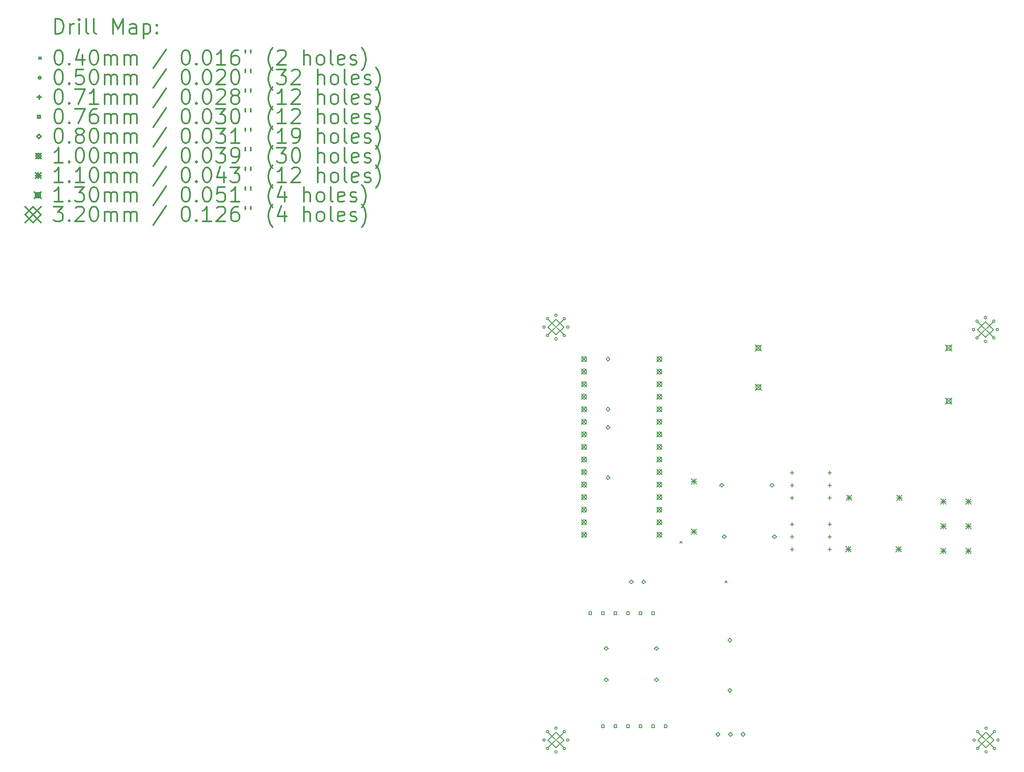
<source format=gbr>
%FSLAX45Y45*%
G04 Gerber Fmt 4.5, Leading zero omitted, Abs format (unit mm)*
G04 Created by KiCad (PCBNEW (5.1.8)-1) date 2022-03-01 18:10:37*
%MOMM*%
%LPD*%
G01*
G04 APERTURE LIST*
%ADD10C,0.200000*%
%ADD11C,0.300000*%
G04 APERTURE END LIST*
D10*
X12921300Y-10736900D02*
X12961300Y-10776900D01*
X12961300Y-10736900D02*
X12921300Y-10776900D01*
X13835700Y-11537000D02*
X13875700Y-11577000D01*
X13875700Y-11537000D02*
X13835700Y-11577000D01*
X18898500Y-14757400D02*
G75*
G03*
X18898500Y-14757400I-25000J0D01*
G01*
X18968794Y-14587694D02*
G75*
G03*
X18968794Y-14587694I-25000J0D01*
G01*
X18968794Y-14927106D02*
G75*
G03*
X18968794Y-14927106I-25000J0D01*
G01*
X19138500Y-14517400D02*
G75*
G03*
X19138500Y-14517400I-25000J0D01*
G01*
X19138500Y-14997400D02*
G75*
G03*
X19138500Y-14997400I-25000J0D01*
G01*
X19308206Y-14587694D02*
G75*
G03*
X19308206Y-14587694I-25000J0D01*
G01*
X19308206Y-14927106D02*
G75*
G03*
X19308206Y-14927106I-25000J0D01*
G01*
X19378500Y-14757400D02*
G75*
G03*
X19378500Y-14757400I-25000J0D01*
G01*
X10199000Y-14757400D02*
G75*
G03*
X10199000Y-14757400I-25000J0D01*
G01*
X10269294Y-14587694D02*
G75*
G03*
X10269294Y-14587694I-25000J0D01*
G01*
X10269294Y-14927106D02*
G75*
G03*
X10269294Y-14927106I-25000J0D01*
G01*
X10439000Y-14517400D02*
G75*
G03*
X10439000Y-14517400I-25000J0D01*
G01*
X10439000Y-14997400D02*
G75*
G03*
X10439000Y-14997400I-25000J0D01*
G01*
X10608706Y-14587694D02*
G75*
G03*
X10608706Y-14587694I-25000J0D01*
G01*
X10608706Y-14927106D02*
G75*
G03*
X10608706Y-14927106I-25000J0D01*
G01*
X10679000Y-14757400D02*
G75*
G03*
X10679000Y-14757400I-25000J0D01*
G01*
X18885800Y-6451600D02*
G75*
G03*
X18885800Y-6451600I-25000J0D01*
G01*
X18956094Y-6281894D02*
G75*
G03*
X18956094Y-6281894I-25000J0D01*
G01*
X18956094Y-6621306D02*
G75*
G03*
X18956094Y-6621306I-25000J0D01*
G01*
X19125800Y-6211600D02*
G75*
G03*
X19125800Y-6211600I-25000J0D01*
G01*
X19125800Y-6691600D02*
G75*
G03*
X19125800Y-6691600I-25000J0D01*
G01*
X19295506Y-6281894D02*
G75*
G03*
X19295506Y-6281894I-25000J0D01*
G01*
X19295506Y-6621306D02*
G75*
G03*
X19295506Y-6621306I-25000J0D01*
G01*
X19365800Y-6451600D02*
G75*
G03*
X19365800Y-6451600I-25000J0D01*
G01*
X10199000Y-6400800D02*
G75*
G03*
X10199000Y-6400800I-25000J0D01*
G01*
X10269294Y-6231094D02*
G75*
G03*
X10269294Y-6231094I-25000J0D01*
G01*
X10269294Y-6570506D02*
G75*
G03*
X10269294Y-6570506I-25000J0D01*
G01*
X10439000Y-6160800D02*
G75*
G03*
X10439000Y-6160800I-25000J0D01*
G01*
X10439000Y-6640800D02*
G75*
G03*
X10439000Y-6640800I-25000J0D01*
G01*
X10608706Y-6231094D02*
G75*
G03*
X10608706Y-6231094I-25000J0D01*
G01*
X10608706Y-6570506D02*
G75*
G03*
X10608706Y-6570506I-25000J0D01*
G01*
X10679000Y-6400800D02*
G75*
G03*
X10679000Y-6400800I-25000J0D01*
G01*
X15189200Y-9311700D02*
X15189200Y-9382700D01*
X15153700Y-9347200D02*
X15224700Y-9347200D01*
X15189200Y-9565700D02*
X15189200Y-9636700D01*
X15153700Y-9601200D02*
X15224700Y-9601200D01*
X15189200Y-9819700D02*
X15189200Y-9890700D01*
X15153700Y-9855200D02*
X15224700Y-9855200D01*
X15951200Y-9311700D02*
X15951200Y-9382700D01*
X15915700Y-9347200D02*
X15986700Y-9347200D01*
X15951200Y-9565700D02*
X15951200Y-9636700D01*
X15915700Y-9601200D02*
X15986700Y-9601200D01*
X15951200Y-9819700D02*
X15951200Y-9890700D01*
X15915700Y-9855200D02*
X15986700Y-9855200D01*
X15189200Y-10353100D02*
X15189200Y-10424100D01*
X15153700Y-10388600D02*
X15224700Y-10388600D01*
X15189200Y-10607100D02*
X15189200Y-10678100D01*
X15153700Y-10642600D02*
X15224700Y-10642600D01*
X15189200Y-10861100D02*
X15189200Y-10932100D01*
X15153700Y-10896600D02*
X15224700Y-10896600D01*
X15951200Y-10353100D02*
X15951200Y-10424100D01*
X15915700Y-10388600D02*
X15986700Y-10388600D01*
X15951200Y-10607100D02*
X15951200Y-10678100D01*
X15915700Y-10642600D02*
X15986700Y-10642600D01*
X15951200Y-10861100D02*
X15951200Y-10932100D01*
X15915700Y-10896600D02*
X15986700Y-10896600D01*
X11139441Y-12218941D02*
X11139441Y-12165059D01*
X11085559Y-12165059D01*
X11085559Y-12218941D01*
X11139441Y-12218941D01*
X11393441Y-12218941D02*
X11393441Y-12165059D01*
X11339559Y-12165059D01*
X11339559Y-12218941D01*
X11393441Y-12218941D01*
X11393441Y-14504941D02*
X11393441Y-14451059D01*
X11339559Y-14451059D01*
X11339559Y-14504941D01*
X11393441Y-14504941D01*
X11647441Y-12218941D02*
X11647441Y-12165059D01*
X11593559Y-12165059D01*
X11593559Y-12218941D01*
X11647441Y-12218941D01*
X11647441Y-14504941D02*
X11647441Y-14451059D01*
X11593559Y-14451059D01*
X11593559Y-14504941D01*
X11647441Y-14504941D01*
X11901441Y-12218941D02*
X11901441Y-12165059D01*
X11847559Y-12165059D01*
X11847559Y-12218941D01*
X11901441Y-12218941D01*
X11901441Y-14504941D02*
X11901441Y-14451059D01*
X11847559Y-14451059D01*
X11847559Y-14504941D01*
X11901441Y-14504941D01*
X12155441Y-12218941D02*
X12155441Y-12165059D01*
X12101559Y-12165059D01*
X12101559Y-12218941D01*
X12155441Y-12218941D01*
X12155441Y-14504941D02*
X12155441Y-14451059D01*
X12101559Y-14451059D01*
X12101559Y-14504941D01*
X12155441Y-14504941D01*
X12409441Y-12218941D02*
X12409441Y-12165059D01*
X12355559Y-12165059D01*
X12355559Y-12218941D01*
X12409441Y-12218941D01*
X12409441Y-14504941D02*
X12409441Y-14451059D01*
X12355559Y-14451059D01*
X12355559Y-14504941D01*
X12409441Y-14504941D01*
X12663441Y-14504941D02*
X12663441Y-14451059D01*
X12609559Y-14451059D01*
X12609559Y-14504941D01*
X12663441Y-14504941D01*
X13690600Y-14683100D02*
X13730600Y-14643100D01*
X13690600Y-14603100D01*
X13650600Y-14643100D01*
X13690600Y-14683100D01*
X13944600Y-14683100D02*
X13984600Y-14643100D01*
X13944600Y-14603100D01*
X13904600Y-14643100D01*
X13944600Y-14683100D01*
X14198600Y-14683100D02*
X14238600Y-14643100D01*
X14198600Y-14603100D01*
X14158600Y-14643100D01*
X14198600Y-14683100D01*
X11468100Y-7088500D02*
X11508100Y-7048500D01*
X11468100Y-7008500D01*
X11428100Y-7048500D01*
X11468100Y-7088500D01*
X11468100Y-8104500D02*
X11508100Y-8064500D01*
X11468100Y-8024500D01*
X11428100Y-8064500D01*
X11468100Y-8104500D01*
X13817600Y-10682600D02*
X13857600Y-10642600D01*
X13817600Y-10602600D01*
X13777600Y-10642600D01*
X13817600Y-10682600D01*
X14833600Y-10682600D02*
X14873600Y-10642600D01*
X14833600Y-10602600D01*
X14793600Y-10642600D01*
X14833600Y-10682600D01*
X13766800Y-9641200D02*
X13806800Y-9601200D01*
X13766800Y-9561200D01*
X13726800Y-9601200D01*
X13766800Y-9641200D01*
X14782800Y-9641200D02*
X14822800Y-9601200D01*
X14782800Y-9561200D01*
X14742800Y-9601200D01*
X14782800Y-9641200D01*
X11430000Y-13578200D02*
X11470000Y-13538200D01*
X11430000Y-13498200D01*
X11390000Y-13538200D01*
X11430000Y-13578200D01*
X12446000Y-13578200D02*
X12486000Y-13538200D01*
X12446000Y-13498200D01*
X12406000Y-13538200D01*
X12446000Y-13578200D01*
X11938000Y-11597000D02*
X11978000Y-11557000D01*
X11938000Y-11517000D01*
X11898000Y-11557000D01*
X11938000Y-11597000D01*
X12188000Y-11597000D02*
X12228000Y-11557000D01*
X12188000Y-11517000D01*
X12148000Y-11557000D01*
X12188000Y-11597000D01*
X13931900Y-12778100D02*
X13971900Y-12738100D01*
X13931900Y-12698100D01*
X13891900Y-12738100D01*
X13931900Y-12778100D01*
X13931900Y-13794100D02*
X13971900Y-13754100D01*
X13931900Y-13714100D01*
X13891900Y-13754100D01*
X13931900Y-13794100D01*
X11468100Y-8472800D02*
X11508100Y-8432800D01*
X11468100Y-8392800D01*
X11428100Y-8432800D01*
X11468100Y-8472800D01*
X11468100Y-9488800D02*
X11508100Y-9448800D01*
X11468100Y-9408800D01*
X11428100Y-9448800D01*
X11468100Y-9488800D01*
X11430000Y-12943200D02*
X11470000Y-12903200D01*
X11430000Y-12863200D01*
X11390000Y-12903200D01*
X11430000Y-12943200D01*
X12446000Y-12943200D02*
X12486000Y-12903200D01*
X12446000Y-12863200D01*
X12406000Y-12903200D01*
X12446000Y-12943200D01*
X10935500Y-6998500D02*
X11035500Y-7098500D01*
X11035500Y-6998500D02*
X10935500Y-7098500D01*
X11035500Y-7048500D02*
G75*
G03*
X11035500Y-7048500I-50000J0D01*
G01*
X10935500Y-7252500D02*
X11035500Y-7352500D01*
X11035500Y-7252500D02*
X10935500Y-7352500D01*
X11035500Y-7302500D02*
G75*
G03*
X11035500Y-7302500I-50000J0D01*
G01*
X10935500Y-7506500D02*
X11035500Y-7606500D01*
X11035500Y-7506500D02*
X10935500Y-7606500D01*
X11035500Y-7556500D02*
G75*
G03*
X11035500Y-7556500I-50000J0D01*
G01*
X10935500Y-7760500D02*
X11035500Y-7860500D01*
X11035500Y-7760500D02*
X10935500Y-7860500D01*
X11035500Y-7810500D02*
G75*
G03*
X11035500Y-7810500I-50000J0D01*
G01*
X10935500Y-8014500D02*
X11035500Y-8114500D01*
X11035500Y-8014500D02*
X10935500Y-8114500D01*
X11035500Y-8064500D02*
G75*
G03*
X11035500Y-8064500I-50000J0D01*
G01*
X10935500Y-8268500D02*
X11035500Y-8368500D01*
X11035500Y-8268500D02*
X10935500Y-8368500D01*
X11035500Y-8318500D02*
G75*
G03*
X11035500Y-8318500I-50000J0D01*
G01*
X10935500Y-8522500D02*
X11035500Y-8622500D01*
X11035500Y-8522500D02*
X10935500Y-8622500D01*
X11035500Y-8572500D02*
G75*
G03*
X11035500Y-8572500I-50000J0D01*
G01*
X10935500Y-8776500D02*
X11035500Y-8876500D01*
X11035500Y-8776500D02*
X10935500Y-8876500D01*
X11035500Y-8826500D02*
G75*
G03*
X11035500Y-8826500I-50000J0D01*
G01*
X10935500Y-9030500D02*
X11035500Y-9130500D01*
X11035500Y-9030500D02*
X10935500Y-9130500D01*
X11035500Y-9080500D02*
G75*
G03*
X11035500Y-9080500I-50000J0D01*
G01*
X10935500Y-9284500D02*
X11035500Y-9384500D01*
X11035500Y-9284500D02*
X10935500Y-9384500D01*
X11035500Y-9334500D02*
G75*
G03*
X11035500Y-9334500I-50000J0D01*
G01*
X10935500Y-9538500D02*
X11035500Y-9638500D01*
X11035500Y-9538500D02*
X10935500Y-9638500D01*
X11035500Y-9588500D02*
G75*
G03*
X11035500Y-9588500I-50000J0D01*
G01*
X10935500Y-9792500D02*
X11035500Y-9892500D01*
X11035500Y-9792500D02*
X10935500Y-9892500D01*
X11035500Y-9842500D02*
G75*
G03*
X11035500Y-9842500I-50000J0D01*
G01*
X10935500Y-10046500D02*
X11035500Y-10146500D01*
X11035500Y-10046500D02*
X10935500Y-10146500D01*
X11035500Y-10096500D02*
G75*
G03*
X11035500Y-10096500I-50000J0D01*
G01*
X10935500Y-10300500D02*
X11035500Y-10400500D01*
X11035500Y-10300500D02*
X10935500Y-10400500D01*
X11035500Y-10350500D02*
G75*
G03*
X11035500Y-10350500I-50000J0D01*
G01*
X10935500Y-10554500D02*
X11035500Y-10654500D01*
X11035500Y-10554500D02*
X10935500Y-10654500D01*
X11035500Y-10604500D02*
G75*
G03*
X11035500Y-10604500I-50000J0D01*
G01*
X12459500Y-6998500D02*
X12559500Y-7098500D01*
X12559500Y-6998500D02*
X12459500Y-7098500D01*
X12559500Y-7048500D02*
G75*
G03*
X12559500Y-7048500I-50000J0D01*
G01*
X12459500Y-7252500D02*
X12559500Y-7352500D01*
X12559500Y-7252500D02*
X12459500Y-7352500D01*
X12559500Y-7302500D02*
G75*
G03*
X12559500Y-7302500I-50000J0D01*
G01*
X12459500Y-7506500D02*
X12559500Y-7606500D01*
X12559500Y-7506500D02*
X12459500Y-7606500D01*
X12559500Y-7556500D02*
G75*
G03*
X12559500Y-7556500I-50000J0D01*
G01*
X12459500Y-7760500D02*
X12559500Y-7860500D01*
X12559500Y-7760500D02*
X12459500Y-7860500D01*
X12559500Y-7810500D02*
G75*
G03*
X12559500Y-7810500I-50000J0D01*
G01*
X12459500Y-8014500D02*
X12559500Y-8114500D01*
X12559500Y-8014500D02*
X12459500Y-8114500D01*
X12559500Y-8064500D02*
G75*
G03*
X12559500Y-8064500I-50000J0D01*
G01*
X12459500Y-8268500D02*
X12559500Y-8368500D01*
X12559500Y-8268500D02*
X12459500Y-8368500D01*
X12559500Y-8318500D02*
G75*
G03*
X12559500Y-8318500I-50000J0D01*
G01*
X12459500Y-8522500D02*
X12559500Y-8622500D01*
X12559500Y-8522500D02*
X12459500Y-8622500D01*
X12559500Y-8572500D02*
G75*
G03*
X12559500Y-8572500I-50000J0D01*
G01*
X12459500Y-8776500D02*
X12559500Y-8876500D01*
X12559500Y-8776500D02*
X12459500Y-8876500D01*
X12559500Y-8826500D02*
G75*
G03*
X12559500Y-8826500I-50000J0D01*
G01*
X12459500Y-9030500D02*
X12559500Y-9130500D01*
X12559500Y-9030500D02*
X12459500Y-9130500D01*
X12559500Y-9080500D02*
G75*
G03*
X12559500Y-9080500I-50000J0D01*
G01*
X12459500Y-9284500D02*
X12559500Y-9384500D01*
X12559500Y-9284500D02*
X12459500Y-9384500D01*
X12559500Y-9334500D02*
G75*
G03*
X12559500Y-9334500I-50000J0D01*
G01*
X12459500Y-9538500D02*
X12559500Y-9638500D01*
X12559500Y-9538500D02*
X12459500Y-9638500D01*
X12559500Y-9588500D02*
G75*
G03*
X12559500Y-9588500I-50000J0D01*
G01*
X12459500Y-9792500D02*
X12559500Y-9892500D01*
X12559500Y-9792500D02*
X12459500Y-9892500D01*
X12559500Y-9842500D02*
G75*
G03*
X12559500Y-9842500I-50000J0D01*
G01*
X12459500Y-10046500D02*
X12559500Y-10146500D01*
X12559500Y-10046500D02*
X12459500Y-10146500D01*
X12559500Y-10096500D02*
G75*
G03*
X12559500Y-10096500I-50000J0D01*
G01*
X12459500Y-10300500D02*
X12559500Y-10400500D01*
X12559500Y-10300500D02*
X12459500Y-10400500D01*
X12559500Y-10350500D02*
G75*
G03*
X12559500Y-10350500I-50000J0D01*
G01*
X12459500Y-10554500D02*
X12559500Y-10654500D01*
X12559500Y-10554500D02*
X12459500Y-10654500D01*
X12559500Y-10604500D02*
G75*
G03*
X12559500Y-10604500I-50000J0D01*
G01*
X16289900Y-9800200D02*
X16399900Y-9910200D01*
X16399900Y-9800200D02*
X16289900Y-9910200D01*
X16344900Y-9800200D02*
X16344900Y-9910200D01*
X16289900Y-9855200D02*
X16399900Y-9855200D01*
X17305900Y-9800200D02*
X17415900Y-9910200D01*
X17415900Y-9800200D02*
X17305900Y-9910200D01*
X17360900Y-9800200D02*
X17360900Y-9910200D01*
X17305900Y-9855200D02*
X17415900Y-9855200D01*
X13153000Y-9470000D02*
X13263000Y-9580000D01*
X13263000Y-9470000D02*
X13153000Y-9580000D01*
X13208000Y-9470000D02*
X13208000Y-9580000D01*
X13153000Y-9525000D02*
X13263000Y-9525000D01*
X13153000Y-10486000D02*
X13263000Y-10596000D01*
X13263000Y-10486000D02*
X13153000Y-10596000D01*
X13208000Y-10486000D02*
X13208000Y-10596000D01*
X13153000Y-10541000D02*
X13263000Y-10541000D01*
X18194900Y-9876400D02*
X18304900Y-9986400D01*
X18304900Y-9876400D02*
X18194900Y-9986400D01*
X18249900Y-9876400D02*
X18249900Y-9986400D01*
X18194900Y-9931400D02*
X18304900Y-9931400D01*
X18194900Y-10376400D02*
X18304900Y-10486400D01*
X18304900Y-10376400D02*
X18194900Y-10486400D01*
X18249900Y-10376400D02*
X18249900Y-10486400D01*
X18194900Y-10431400D02*
X18304900Y-10431400D01*
X18194900Y-10876400D02*
X18304900Y-10986400D01*
X18304900Y-10876400D02*
X18194900Y-10986400D01*
X18249900Y-10876400D02*
X18249900Y-10986400D01*
X18194900Y-10931400D02*
X18304900Y-10931400D01*
X18702900Y-9876400D02*
X18812900Y-9986400D01*
X18812900Y-9876400D02*
X18702900Y-9986400D01*
X18757900Y-9876400D02*
X18757900Y-9986400D01*
X18702900Y-9931400D02*
X18812900Y-9931400D01*
X18702900Y-10376400D02*
X18812900Y-10486400D01*
X18812900Y-10376400D02*
X18702900Y-10486400D01*
X18757900Y-10376400D02*
X18757900Y-10486400D01*
X18702900Y-10431400D02*
X18812900Y-10431400D01*
X18702900Y-10876400D02*
X18812900Y-10986400D01*
X18812900Y-10876400D02*
X18702900Y-10986400D01*
X18757900Y-10876400D02*
X18757900Y-10986400D01*
X18702900Y-10931400D02*
X18812900Y-10931400D01*
X16277200Y-10841600D02*
X16387200Y-10951600D01*
X16387200Y-10841600D02*
X16277200Y-10951600D01*
X16332200Y-10841600D02*
X16332200Y-10951600D01*
X16277200Y-10896600D02*
X16387200Y-10896600D01*
X17293200Y-10841600D02*
X17403200Y-10951600D01*
X17403200Y-10841600D02*
X17293200Y-10951600D01*
X17348200Y-10841600D02*
X17348200Y-10951600D01*
X17293200Y-10896600D02*
X17403200Y-10896600D01*
X14443800Y-6757000D02*
X14573800Y-6887000D01*
X14573800Y-6757000D02*
X14443800Y-6887000D01*
X14554762Y-6867962D02*
X14554762Y-6776038D01*
X14462838Y-6776038D01*
X14462838Y-6867962D01*
X14554762Y-6867962D01*
X14443800Y-7557000D02*
X14573800Y-7687000D01*
X14573800Y-7557000D02*
X14443800Y-7687000D01*
X14554762Y-7667962D02*
X14554762Y-7576038D01*
X14462838Y-7576038D01*
X14462838Y-7667962D01*
X14554762Y-7667962D01*
X18293800Y-6757000D02*
X18423800Y-6887000D01*
X18423800Y-6757000D02*
X18293800Y-6887000D01*
X18404762Y-6867962D02*
X18404762Y-6776038D01*
X18312838Y-6776038D01*
X18312838Y-6867962D01*
X18404762Y-6867962D01*
X18293800Y-7832000D02*
X18423800Y-7962000D01*
X18423800Y-7832000D02*
X18293800Y-7962000D01*
X18404762Y-7942962D02*
X18404762Y-7851038D01*
X18312838Y-7851038D01*
X18312838Y-7942962D01*
X18404762Y-7942962D01*
X18953500Y-14597400D02*
X19273500Y-14917400D01*
X19273500Y-14597400D02*
X18953500Y-14917400D01*
X19113500Y-14917400D02*
X19273500Y-14757400D01*
X19113500Y-14597400D01*
X18953500Y-14757400D01*
X19113500Y-14917400D01*
X10254000Y-14597400D02*
X10574000Y-14917400D01*
X10574000Y-14597400D02*
X10254000Y-14917400D01*
X10414000Y-14917400D02*
X10574000Y-14757400D01*
X10414000Y-14597400D01*
X10254000Y-14757400D01*
X10414000Y-14917400D01*
X18940800Y-6291600D02*
X19260800Y-6611600D01*
X19260800Y-6291600D02*
X18940800Y-6611600D01*
X19100800Y-6611600D02*
X19260800Y-6451600D01*
X19100800Y-6291600D01*
X18940800Y-6451600D01*
X19100800Y-6611600D01*
X10254000Y-6240800D02*
X10574000Y-6560800D01*
X10574000Y-6240800D02*
X10254000Y-6560800D01*
X10414000Y-6560800D02*
X10574000Y-6400800D01*
X10414000Y-6240800D01*
X10254000Y-6400800D01*
X10414000Y-6560800D01*
D11*
X286429Y-465714D02*
X286429Y-165714D01*
X357857Y-165714D01*
X400714Y-180000D01*
X429286Y-208571D01*
X443571Y-237143D01*
X457857Y-294286D01*
X457857Y-337143D01*
X443571Y-394286D01*
X429286Y-422857D01*
X400714Y-451428D01*
X357857Y-465714D01*
X286429Y-465714D01*
X586429Y-465714D02*
X586429Y-265714D01*
X586429Y-322857D02*
X600714Y-294286D01*
X615000Y-280000D01*
X643571Y-265714D01*
X672143Y-265714D01*
X772143Y-465714D02*
X772143Y-265714D01*
X772143Y-165714D02*
X757857Y-180000D01*
X772143Y-194286D01*
X786428Y-180000D01*
X772143Y-165714D01*
X772143Y-194286D01*
X957857Y-465714D02*
X929286Y-451428D01*
X915000Y-422857D01*
X915000Y-165714D01*
X1115000Y-465714D02*
X1086429Y-451428D01*
X1072143Y-422857D01*
X1072143Y-165714D01*
X1457857Y-465714D02*
X1457857Y-165714D01*
X1557857Y-380000D01*
X1657857Y-165714D01*
X1657857Y-465714D01*
X1929286Y-465714D02*
X1929286Y-308571D01*
X1915000Y-280000D01*
X1886428Y-265714D01*
X1829286Y-265714D01*
X1800714Y-280000D01*
X1929286Y-451428D02*
X1900714Y-465714D01*
X1829286Y-465714D01*
X1800714Y-451428D01*
X1786428Y-422857D01*
X1786428Y-394286D01*
X1800714Y-365714D01*
X1829286Y-351428D01*
X1900714Y-351428D01*
X1929286Y-337143D01*
X2072143Y-265714D02*
X2072143Y-565714D01*
X2072143Y-280000D02*
X2100714Y-265714D01*
X2157857Y-265714D01*
X2186429Y-280000D01*
X2200714Y-294286D01*
X2215000Y-322857D01*
X2215000Y-408571D01*
X2200714Y-437143D01*
X2186429Y-451428D01*
X2157857Y-465714D01*
X2100714Y-465714D01*
X2072143Y-451428D01*
X2343571Y-437143D02*
X2357857Y-451428D01*
X2343571Y-465714D01*
X2329286Y-451428D01*
X2343571Y-437143D01*
X2343571Y-465714D01*
X2343571Y-280000D02*
X2357857Y-294286D01*
X2343571Y-308571D01*
X2329286Y-294286D01*
X2343571Y-280000D01*
X2343571Y-308571D01*
X-40000Y-940000D02*
X0Y-980000D01*
X0Y-940000D02*
X-40000Y-980000D01*
X343571Y-795714D02*
X372143Y-795714D01*
X400714Y-810000D01*
X415000Y-824286D01*
X429286Y-852857D01*
X443571Y-910000D01*
X443571Y-981428D01*
X429286Y-1038571D01*
X415000Y-1067143D01*
X400714Y-1081429D01*
X372143Y-1095714D01*
X343571Y-1095714D01*
X315000Y-1081429D01*
X300714Y-1067143D01*
X286429Y-1038571D01*
X272143Y-981428D01*
X272143Y-910000D01*
X286429Y-852857D01*
X300714Y-824286D01*
X315000Y-810000D01*
X343571Y-795714D01*
X572143Y-1067143D02*
X586429Y-1081429D01*
X572143Y-1095714D01*
X557857Y-1081429D01*
X572143Y-1067143D01*
X572143Y-1095714D01*
X843571Y-895714D02*
X843571Y-1095714D01*
X772143Y-781428D02*
X700714Y-995714D01*
X886428Y-995714D01*
X1057857Y-795714D02*
X1086429Y-795714D01*
X1115000Y-810000D01*
X1129286Y-824286D01*
X1143571Y-852857D01*
X1157857Y-910000D01*
X1157857Y-981428D01*
X1143571Y-1038571D01*
X1129286Y-1067143D01*
X1115000Y-1081429D01*
X1086429Y-1095714D01*
X1057857Y-1095714D01*
X1029286Y-1081429D01*
X1015000Y-1067143D01*
X1000714Y-1038571D01*
X986428Y-981428D01*
X986428Y-910000D01*
X1000714Y-852857D01*
X1015000Y-824286D01*
X1029286Y-810000D01*
X1057857Y-795714D01*
X1286429Y-1095714D02*
X1286429Y-895714D01*
X1286429Y-924286D02*
X1300714Y-910000D01*
X1329286Y-895714D01*
X1372143Y-895714D01*
X1400714Y-910000D01*
X1415000Y-938571D01*
X1415000Y-1095714D01*
X1415000Y-938571D02*
X1429286Y-910000D01*
X1457857Y-895714D01*
X1500714Y-895714D01*
X1529286Y-910000D01*
X1543571Y-938571D01*
X1543571Y-1095714D01*
X1686428Y-1095714D02*
X1686428Y-895714D01*
X1686428Y-924286D02*
X1700714Y-910000D01*
X1729286Y-895714D01*
X1772143Y-895714D01*
X1800714Y-910000D01*
X1815000Y-938571D01*
X1815000Y-1095714D01*
X1815000Y-938571D02*
X1829286Y-910000D01*
X1857857Y-895714D01*
X1900714Y-895714D01*
X1929286Y-910000D01*
X1943571Y-938571D01*
X1943571Y-1095714D01*
X2529286Y-781428D02*
X2272143Y-1167143D01*
X2915000Y-795714D02*
X2943571Y-795714D01*
X2972143Y-810000D01*
X2986428Y-824286D01*
X3000714Y-852857D01*
X3015000Y-910000D01*
X3015000Y-981428D01*
X3000714Y-1038571D01*
X2986428Y-1067143D01*
X2972143Y-1081429D01*
X2943571Y-1095714D01*
X2915000Y-1095714D01*
X2886428Y-1081429D01*
X2872143Y-1067143D01*
X2857857Y-1038571D01*
X2843571Y-981428D01*
X2843571Y-910000D01*
X2857857Y-852857D01*
X2872143Y-824286D01*
X2886428Y-810000D01*
X2915000Y-795714D01*
X3143571Y-1067143D02*
X3157857Y-1081429D01*
X3143571Y-1095714D01*
X3129286Y-1081429D01*
X3143571Y-1067143D01*
X3143571Y-1095714D01*
X3343571Y-795714D02*
X3372143Y-795714D01*
X3400714Y-810000D01*
X3415000Y-824286D01*
X3429286Y-852857D01*
X3443571Y-910000D01*
X3443571Y-981428D01*
X3429286Y-1038571D01*
X3415000Y-1067143D01*
X3400714Y-1081429D01*
X3372143Y-1095714D01*
X3343571Y-1095714D01*
X3315000Y-1081429D01*
X3300714Y-1067143D01*
X3286428Y-1038571D01*
X3272143Y-981428D01*
X3272143Y-910000D01*
X3286428Y-852857D01*
X3300714Y-824286D01*
X3315000Y-810000D01*
X3343571Y-795714D01*
X3729286Y-1095714D02*
X3557857Y-1095714D01*
X3643571Y-1095714D02*
X3643571Y-795714D01*
X3615000Y-838571D01*
X3586428Y-867143D01*
X3557857Y-881428D01*
X3986428Y-795714D02*
X3929286Y-795714D01*
X3900714Y-810000D01*
X3886428Y-824286D01*
X3857857Y-867143D01*
X3843571Y-924286D01*
X3843571Y-1038571D01*
X3857857Y-1067143D01*
X3872143Y-1081429D01*
X3900714Y-1095714D01*
X3957857Y-1095714D01*
X3986428Y-1081429D01*
X4000714Y-1067143D01*
X4015000Y-1038571D01*
X4015000Y-967143D01*
X4000714Y-938571D01*
X3986428Y-924286D01*
X3957857Y-910000D01*
X3900714Y-910000D01*
X3872143Y-924286D01*
X3857857Y-938571D01*
X3843571Y-967143D01*
X4129286Y-795714D02*
X4129286Y-852857D01*
X4243571Y-795714D02*
X4243571Y-852857D01*
X4686429Y-1210000D02*
X4672143Y-1195714D01*
X4643571Y-1152857D01*
X4629286Y-1124286D01*
X4615000Y-1081429D01*
X4600714Y-1010000D01*
X4600714Y-952857D01*
X4615000Y-881428D01*
X4629286Y-838571D01*
X4643571Y-810000D01*
X4672143Y-767143D01*
X4686429Y-752857D01*
X4786429Y-824286D02*
X4800714Y-810000D01*
X4829286Y-795714D01*
X4900714Y-795714D01*
X4929286Y-810000D01*
X4943571Y-824286D01*
X4957857Y-852857D01*
X4957857Y-881428D01*
X4943571Y-924286D01*
X4772143Y-1095714D01*
X4957857Y-1095714D01*
X5315000Y-1095714D02*
X5315000Y-795714D01*
X5443571Y-1095714D02*
X5443571Y-938571D01*
X5429286Y-910000D01*
X5400714Y-895714D01*
X5357857Y-895714D01*
X5329286Y-910000D01*
X5315000Y-924286D01*
X5629286Y-1095714D02*
X5600714Y-1081429D01*
X5586429Y-1067143D01*
X5572143Y-1038571D01*
X5572143Y-952857D01*
X5586429Y-924286D01*
X5600714Y-910000D01*
X5629286Y-895714D01*
X5672143Y-895714D01*
X5700714Y-910000D01*
X5715000Y-924286D01*
X5729286Y-952857D01*
X5729286Y-1038571D01*
X5715000Y-1067143D01*
X5700714Y-1081429D01*
X5672143Y-1095714D01*
X5629286Y-1095714D01*
X5900714Y-1095714D02*
X5872143Y-1081429D01*
X5857857Y-1052857D01*
X5857857Y-795714D01*
X6129286Y-1081429D02*
X6100714Y-1095714D01*
X6043571Y-1095714D01*
X6015000Y-1081429D01*
X6000714Y-1052857D01*
X6000714Y-938571D01*
X6015000Y-910000D01*
X6043571Y-895714D01*
X6100714Y-895714D01*
X6129286Y-910000D01*
X6143571Y-938571D01*
X6143571Y-967143D01*
X6000714Y-995714D01*
X6257857Y-1081429D02*
X6286428Y-1095714D01*
X6343571Y-1095714D01*
X6372143Y-1081429D01*
X6386428Y-1052857D01*
X6386428Y-1038571D01*
X6372143Y-1010000D01*
X6343571Y-995714D01*
X6300714Y-995714D01*
X6272143Y-981428D01*
X6257857Y-952857D01*
X6257857Y-938571D01*
X6272143Y-910000D01*
X6300714Y-895714D01*
X6343571Y-895714D01*
X6372143Y-910000D01*
X6486428Y-1210000D02*
X6500714Y-1195714D01*
X6529286Y-1152857D01*
X6543571Y-1124286D01*
X6557857Y-1081429D01*
X6572143Y-1010000D01*
X6572143Y-952857D01*
X6557857Y-881428D01*
X6543571Y-838571D01*
X6529286Y-810000D01*
X6500714Y-767143D01*
X6486428Y-752857D01*
X0Y-1356000D02*
G75*
G03*
X0Y-1356000I-25000J0D01*
G01*
X343571Y-1191714D02*
X372143Y-1191714D01*
X400714Y-1206000D01*
X415000Y-1220286D01*
X429286Y-1248857D01*
X443571Y-1306000D01*
X443571Y-1377429D01*
X429286Y-1434571D01*
X415000Y-1463143D01*
X400714Y-1477428D01*
X372143Y-1491714D01*
X343571Y-1491714D01*
X315000Y-1477428D01*
X300714Y-1463143D01*
X286429Y-1434571D01*
X272143Y-1377429D01*
X272143Y-1306000D01*
X286429Y-1248857D01*
X300714Y-1220286D01*
X315000Y-1206000D01*
X343571Y-1191714D01*
X572143Y-1463143D02*
X586429Y-1477428D01*
X572143Y-1491714D01*
X557857Y-1477428D01*
X572143Y-1463143D01*
X572143Y-1491714D01*
X857857Y-1191714D02*
X715000Y-1191714D01*
X700714Y-1334571D01*
X715000Y-1320286D01*
X743571Y-1306000D01*
X815000Y-1306000D01*
X843571Y-1320286D01*
X857857Y-1334571D01*
X872143Y-1363143D01*
X872143Y-1434571D01*
X857857Y-1463143D01*
X843571Y-1477428D01*
X815000Y-1491714D01*
X743571Y-1491714D01*
X715000Y-1477428D01*
X700714Y-1463143D01*
X1057857Y-1191714D02*
X1086429Y-1191714D01*
X1115000Y-1206000D01*
X1129286Y-1220286D01*
X1143571Y-1248857D01*
X1157857Y-1306000D01*
X1157857Y-1377429D01*
X1143571Y-1434571D01*
X1129286Y-1463143D01*
X1115000Y-1477428D01*
X1086429Y-1491714D01*
X1057857Y-1491714D01*
X1029286Y-1477428D01*
X1015000Y-1463143D01*
X1000714Y-1434571D01*
X986428Y-1377429D01*
X986428Y-1306000D01*
X1000714Y-1248857D01*
X1015000Y-1220286D01*
X1029286Y-1206000D01*
X1057857Y-1191714D01*
X1286429Y-1491714D02*
X1286429Y-1291714D01*
X1286429Y-1320286D02*
X1300714Y-1306000D01*
X1329286Y-1291714D01*
X1372143Y-1291714D01*
X1400714Y-1306000D01*
X1415000Y-1334571D01*
X1415000Y-1491714D01*
X1415000Y-1334571D02*
X1429286Y-1306000D01*
X1457857Y-1291714D01*
X1500714Y-1291714D01*
X1529286Y-1306000D01*
X1543571Y-1334571D01*
X1543571Y-1491714D01*
X1686428Y-1491714D02*
X1686428Y-1291714D01*
X1686428Y-1320286D02*
X1700714Y-1306000D01*
X1729286Y-1291714D01*
X1772143Y-1291714D01*
X1800714Y-1306000D01*
X1815000Y-1334571D01*
X1815000Y-1491714D01*
X1815000Y-1334571D02*
X1829286Y-1306000D01*
X1857857Y-1291714D01*
X1900714Y-1291714D01*
X1929286Y-1306000D01*
X1943571Y-1334571D01*
X1943571Y-1491714D01*
X2529286Y-1177429D02*
X2272143Y-1563143D01*
X2915000Y-1191714D02*
X2943571Y-1191714D01*
X2972143Y-1206000D01*
X2986428Y-1220286D01*
X3000714Y-1248857D01*
X3015000Y-1306000D01*
X3015000Y-1377429D01*
X3000714Y-1434571D01*
X2986428Y-1463143D01*
X2972143Y-1477428D01*
X2943571Y-1491714D01*
X2915000Y-1491714D01*
X2886428Y-1477428D01*
X2872143Y-1463143D01*
X2857857Y-1434571D01*
X2843571Y-1377429D01*
X2843571Y-1306000D01*
X2857857Y-1248857D01*
X2872143Y-1220286D01*
X2886428Y-1206000D01*
X2915000Y-1191714D01*
X3143571Y-1463143D02*
X3157857Y-1477428D01*
X3143571Y-1491714D01*
X3129286Y-1477428D01*
X3143571Y-1463143D01*
X3143571Y-1491714D01*
X3343571Y-1191714D02*
X3372143Y-1191714D01*
X3400714Y-1206000D01*
X3415000Y-1220286D01*
X3429286Y-1248857D01*
X3443571Y-1306000D01*
X3443571Y-1377429D01*
X3429286Y-1434571D01*
X3415000Y-1463143D01*
X3400714Y-1477428D01*
X3372143Y-1491714D01*
X3343571Y-1491714D01*
X3315000Y-1477428D01*
X3300714Y-1463143D01*
X3286428Y-1434571D01*
X3272143Y-1377429D01*
X3272143Y-1306000D01*
X3286428Y-1248857D01*
X3300714Y-1220286D01*
X3315000Y-1206000D01*
X3343571Y-1191714D01*
X3557857Y-1220286D02*
X3572143Y-1206000D01*
X3600714Y-1191714D01*
X3672143Y-1191714D01*
X3700714Y-1206000D01*
X3715000Y-1220286D01*
X3729286Y-1248857D01*
X3729286Y-1277429D01*
X3715000Y-1320286D01*
X3543571Y-1491714D01*
X3729286Y-1491714D01*
X3915000Y-1191714D02*
X3943571Y-1191714D01*
X3972143Y-1206000D01*
X3986428Y-1220286D01*
X4000714Y-1248857D01*
X4015000Y-1306000D01*
X4015000Y-1377429D01*
X4000714Y-1434571D01*
X3986428Y-1463143D01*
X3972143Y-1477428D01*
X3943571Y-1491714D01*
X3915000Y-1491714D01*
X3886428Y-1477428D01*
X3872143Y-1463143D01*
X3857857Y-1434571D01*
X3843571Y-1377429D01*
X3843571Y-1306000D01*
X3857857Y-1248857D01*
X3872143Y-1220286D01*
X3886428Y-1206000D01*
X3915000Y-1191714D01*
X4129286Y-1191714D02*
X4129286Y-1248857D01*
X4243571Y-1191714D02*
X4243571Y-1248857D01*
X4686429Y-1606000D02*
X4672143Y-1591714D01*
X4643571Y-1548857D01*
X4629286Y-1520286D01*
X4615000Y-1477428D01*
X4600714Y-1406000D01*
X4600714Y-1348857D01*
X4615000Y-1277429D01*
X4629286Y-1234571D01*
X4643571Y-1206000D01*
X4672143Y-1163143D01*
X4686429Y-1148857D01*
X4772143Y-1191714D02*
X4957857Y-1191714D01*
X4857857Y-1306000D01*
X4900714Y-1306000D01*
X4929286Y-1320286D01*
X4943571Y-1334571D01*
X4957857Y-1363143D01*
X4957857Y-1434571D01*
X4943571Y-1463143D01*
X4929286Y-1477428D01*
X4900714Y-1491714D01*
X4815000Y-1491714D01*
X4786429Y-1477428D01*
X4772143Y-1463143D01*
X5072143Y-1220286D02*
X5086429Y-1206000D01*
X5115000Y-1191714D01*
X5186429Y-1191714D01*
X5215000Y-1206000D01*
X5229286Y-1220286D01*
X5243571Y-1248857D01*
X5243571Y-1277429D01*
X5229286Y-1320286D01*
X5057857Y-1491714D01*
X5243571Y-1491714D01*
X5600714Y-1491714D02*
X5600714Y-1191714D01*
X5729286Y-1491714D02*
X5729286Y-1334571D01*
X5715000Y-1306000D01*
X5686428Y-1291714D01*
X5643571Y-1291714D01*
X5615000Y-1306000D01*
X5600714Y-1320286D01*
X5915000Y-1491714D02*
X5886428Y-1477428D01*
X5872143Y-1463143D01*
X5857857Y-1434571D01*
X5857857Y-1348857D01*
X5872143Y-1320286D01*
X5886428Y-1306000D01*
X5915000Y-1291714D01*
X5957857Y-1291714D01*
X5986428Y-1306000D01*
X6000714Y-1320286D01*
X6015000Y-1348857D01*
X6015000Y-1434571D01*
X6000714Y-1463143D01*
X5986428Y-1477428D01*
X5957857Y-1491714D01*
X5915000Y-1491714D01*
X6186428Y-1491714D02*
X6157857Y-1477428D01*
X6143571Y-1448857D01*
X6143571Y-1191714D01*
X6415000Y-1477428D02*
X6386428Y-1491714D01*
X6329286Y-1491714D01*
X6300714Y-1477428D01*
X6286428Y-1448857D01*
X6286428Y-1334571D01*
X6300714Y-1306000D01*
X6329286Y-1291714D01*
X6386428Y-1291714D01*
X6415000Y-1306000D01*
X6429286Y-1334571D01*
X6429286Y-1363143D01*
X6286428Y-1391714D01*
X6543571Y-1477428D02*
X6572143Y-1491714D01*
X6629286Y-1491714D01*
X6657857Y-1477428D01*
X6672143Y-1448857D01*
X6672143Y-1434571D01*
X6657857Y-1406000D01*
X6629286Y-1391714D01*
X6586428Y-1391714D01*
X6557857Y-1377429D01*
X6543571Y-1348857D01*
X6543571Y-1334571D01*
X6557857Y-1306000D01*
X6586428Y-1291714D01*
X6629286Y-1291714D01*
X6657857Y-1306000D01*
X6772143Y-1606000D02*
X6786428Y-1591714D01*
X6815000Y-1548857D01*
X6829286Y-1520286D01*
X6843571Y-1477428D01*
X6857857Y-1406000D01*
X6857857Y-1348857D01*
X6843571Y-1277429D01*
X6829286Y-1234571D01*
X6815000Y-1206000D01*
X6786428Y-1163143D01*
X6772143Y-1148857D01*
X-35500Y-1716500D02*
X-35500Y-1787500D01*
X-71000Y-1752000D02*
X0Y-1752000D01*
X343571Y-1587714D02*
X372143Y-1587714D01*
X400714Y-1602000D01*
X415000Y-1616286D01*
X429286Y-1644857D01*
X443571Y-1702000D01*
X443571Y-1773428D01*
X429286Y-1830571D01*
X415000Y-1859143D01*
X400714Y-1873428D01*
X372143Y-1887714D01*
X343571Y-1887714D01*
X315000Y-1873428D01*
X300714Y-1859143D01*
X286429Y-1830571D01*
X272143Y-1773428D01*
X272143Y-1702000D01*
X286429Y-1644857D01*
X300714Y-1616286D01*
X315000Y-1602000D01*
X343571Y-1587714D01*
X572143Y-1859143D02*
X586429Y-1873428D01*
X572143Y-1887714D01*
X557857Y-1873428D01*
X572143Y-1859143D01*
X572143Y-1887714D01*
X686429Y-1587714D02*
X886428Y-1587714D01*
X757857Y-1887714D01*
X1157857Y-1887714D02*
X986428Y-1887714D01*
X1072143Y-1887714D02*
X1072143Y-1587714D01*
X1043571Y-1630571D01*
X1015000Y-1659143D01*
X986428Y-1673428D01*
X1286429Y-1887714D02*
X1286429Y-1687714D01*
X1286429Y-1716286D02*
X1300714Y-1702000D01*
X1329286Y-1687714D01*
X1372143Y-1687714D01*
X1400714Y-1702000D01*
X1415000Y-1730571D01*
X1415000Y-1887714D01*
X1415000Y-1730571D02*
X1429286Y-1702000D01*
X1457857Y-1687714D01*
X1500714Y-1687714D01*
X1529286Y-1702000D01*
X1543571Y-1730571D01*
X1543571Y-1887714D01*
X1686428Y-1887714D02*
X1686428Y-1687714D01*
X1686428Y-1716286D02*
X1700714Y-1702000D01*
X1729286Y-1687714D01*
X1772143Y-1687714D01*
X1800714Y-1702000D01*
X1815000Y-1730571D01*
X1815000Y-1887714D01*
X1815000Y-1730571D02*
X1829286Y-1702000D01*
X1857857Y-1687714D01*
X1900714Y-1687714D01*
X1929286Y-1702000D01*
X1943571Y-1730571D01*
X1943571Y-1887714D01*
X2529286Y-1573428D02*
X2272143Y-1959143D01*
X2915000Y-1587714D02*
X2943571Y-1587714D01*
X2972143Y-1602000D01*
X2986428Y-1616286D01*
X3000714Y-1644857D01*
X3015000Y-1702000D01*
X3015000Y-1773428D01*
X3000714Y-1830571D01*
X2986428Y-1859143D01*
X2972143Y-1873428D01*
X2943571Y-1887714D01*
X2915000Y-1887714D01*
X2886428Y-1873428D01*
X2872143Y-1859143D01*
X2857857Y-1830571D01*
X2843571Y-1773428D01*
X2843571Y-1702000D01*
X2857857Y-1644857D01*
X2872143Y-1616286D01*
X2886428Y-1602000D01*
X2915000Y-1587714D01*
X3143571Y-1859143D02*
X3157857Y-1873428D01*
X3143571Y-1887714D01*
X3129286Y-1873428D01*
X3143571Y-1859143D01*
X3143571Y-1887714D01*
X3343571Y-1587714D02*
X3372143Y-1587714D01*
X3400714Y-1602000D01*
X3415000Y-1616286D01*
X3429286Y-1644857D01*
X3443571Y-1702000D01*
X3443571Y-1773428D01*
X3429286Y-1830571D01*
X3415000Y-1859143D01*
X3400714Y-1873428D01*
X3372143Y-1887714D01*
X3343571Y-1887714D01*
X3315000Y-1873428D01*
X3300714Y-1859143D01*
X3286428Y-1830571D01*
X3272143Y-1773428D01*
X3272143Y-1702000D01*
X3286428Y-1644857D01*
X3300714Y-1616286D01*
X3315000Y-1602000D01*
X3343571Y-1587714D01*
X3557857Y-1616286D02*
X3572143Y-1602000D01*
X3600714Y-1587714D01*
X3672143Y-1587714D01*
X3700714Y-1602000D01*
X3715000Y-1616286D01*
X3729286Y-1644857D01*
X3729286Y-1673428D01*
X3715000Y-1716286D01*
X3543571Y-1887714D01*
X3729286Y-1887714D01*
X3900714Y-1716286D02*
X3872143Y-1702000D01*
X3857857Y-1687714D01*
X3843571Y-1659143D01*
X3843571Y-1644857D01*
X3857857Y-1616286D01*
X3872143Y-1602000D01*
X3900714Y-1587714D01*
X3957857Y-1587714D01*
X3986428Y-1602000D01*
X4000714Y-1616286D01*
X4015000Y-1644857D01*
X4015000Y-1659143D01*
X4000714Y-1687714D01*
X3986428Y-1702000D01*
X3957857Y-1716286D01*
X3900714Y-1716286D01*
X3872143Y-1730571D01*
X3857857Y-1744857D01*
X3843571Y-1773428D01*
X3843571Y-1830571D01*
X3857857Y-1859143D01*
X3872143Y-1873428D01*
X3900714Y-1887714D01*
X3957857Y-1887714D01*
X3986428Y-1873428D01*
X4000714Y-1859143D01*
X4015000Y-1830571D01*
X4015000Y-1773428D01*
X4000714Y-1744857D01*
X3986428Y-1730571D01*
X3957857Y-1716286D01*
X4129286Y-1587714D02*
X4129286Y-1644857D01*
X4243571Y-1587714D02*
X4243571Y-1644857D01*
X4686429Y-2002000D02*
X4672143Y-1987714D01*
X4643571Y-1944857D01*
X4629286Y-1916286D01*
X4615000Y-1873428D01*
X4600714Y-1802000D01*
X4600714Y-1744857D01*
X4615000Y-1673428D01*
X4629286Y-1630571D01*
X4643571Y-1602000D01*
X4672143Y-1559143D01*
X4686429Y-1544857D01*
X4957857Y-1887714D02*
X4786429Y-1887714D01*
X4872143Y-1887714D02*
X4872143Y-1587714D01*
X4843571Y-1630571D01*
X4815000Y-1659143D01*
X4786429Y-1673428D01*
X5072143Y-1616286D02*
X5086429Y-1602000D01*
X5115000Y-1587714D01*
X5186429Y-1587714D01*
X5215000Y-1602000D01*
X5229286Y-1616286D01*
X5243571Y-1644857D01*
X5243571Y-1673428D01*
X5229286Y-1716286D01*
X5057857Y-1887714D01*
X5243571Y-1887714D01*
X5600714Y-1887714D02*
X5600714Y-1587714D01*
X5729286Y-1887714D02*
X5729286Y-1730571D01*
X5715000Y-1702000D01*
X5686428Y-1687714D01*
X5643571Y-1687714D01*
X5615000Y-1702000D01*
X5600714Y-1716286D01*
X5915000Y-1887714D02*
X5886428Y-1873428D01*
X5872143Y-1859143D01*
X5857857Y-1830571D01*
X5857857Y-1744857D01*
X5872143Y-1716286D01*
X5886428Y-1702000D01*
X5915000Y-1687714D01*
X5957857Y-1687714D01*
X5986428Y-1702000D01*
X6000714Y-1716286D01*
X6015000Y-1744857D01*
X6015000Y-1830571D01*
X6000714Y-1859143D01*
X5986428Y-1873428D01*
X5957857Y-1887714D01*
X5915000Y-1887714D01*
X6186428Y-1887714D02*
X6157857Y-1873428D01*
X6143571Y-1844857D01*
X6143571Y-1587714D01*
X6415000Y-1873428D02*
X6386428Y-1887714D01*
X6329286Y-1887714D01*
X6300714Y-1873428D01*
X6286428Y-1844857D01*
X6286428Y-1730571D01*
X6300714Y-1702000D01*
X6329286Y-1687714D01*
X6386428Y-1687714D01*
X6415000Y-1702000D01*
X6429286Y-1730571D01*
X6429286Y-1759143D01*
X6286428Y-1787714D01*
X6543571Y-1873428D02*
X6572143Y-1887714D01*
X6629286Y-1887714D01*
X6657857Y-1873428D01*
X6672143Y-1844857D01*
X6672143Y-1830571D01*
X6657857Y-1802000D01*
X6629286Y-1787714D01*
X6586428Y-1787714D01*
X6557857Y-1773428D01*
X6543571Y-1744857D01*
X6543571Y-1730571D01*
X6557857Y-1702000D01*
X6586428Y-1687714D01*
X6629286Y-1687714D01*
X6657857Y-1702000D01*
X6772143Y-2002000D02*
X6786428Y-1987714D01*
X6815000Y-1944857D01*
X6829286Y-1916286D01*
X6843571Y-1873428D01*
X6857857Y-1802000D01*
X6857857Y-1744857D01*
X6843571Y-1673428D01*
X6829286Y-1630571D01*
X6815000Y-1602000D01*
X6786428Y-1559143D01*
X6772143Y-1544857D01*
X-11159Y-2174941D02*
X-11159Y-2121059D01*
X-65041Y-2121059D01*
X-65041Y-2174941D01*
X-11159Y-2174941D01*
X343571Y-1983714D02*
X372143Y-1983714D01*
X400714Y-1998000D01*
X415000Y-2012286D01*
X429286Y-2040857D01*
X443571Y-2098000D01*
X443571Y-2169429D01*
X429286Y-2226571D01*
X415000Y-2255143D01*
X400714Y-2269429D01*
X372143Y-2283714D01*
X343571Y-2283714D01*
X315000Y-2269429D01*
X300714Y-2255143D01*
X286429Y-2226571D01*
X272143Y-2169429D01*
X272143Y-2098000D01*
X286429Y-2040857D01*
X300714Y-2012286D01*
X315000Y-1998000D01*
X343571Y-1983714D01*
X572143Y-2255143D02*
X586429Y-2269429D01*
X572143Y-2283714D01*
X557857Y-2269429D01*
X572143Y-2255143D01*
X572143Y-2283714D01*
X686429Y-1983714D02*
X886428Y-1983714D01*
X757857Y-2283714D01*
X1129286Y-1983714D02*
X1072143Y-1983714D01*
X1043571Y-1998000D01*
X1029286Y-2012286D01*
X1000714Y-2055143D01*
X986428Y-2112286D01*
X986428Y-2226571D01*
X1000714Y-2255143D01*
X1015000Y-2269429D01*
X1043571Y-2283714D01*
X1100714Y-2283714D01*
X1129286Y-2269429D01*
X1143571Y-2255143D01*
X1157857Y-2226571D01*
X1157857Y-2155143D01*
X1143571Y-2126571D01*
X1129286Y-2112286D01*
X1100714Y-2098000D01*
X1043571Y-2098000D01*
X1015000Y-2112286D01*
X1000714Y-2126571D01*
X986428Y-2155143D01*
X1286429Y-2283714D02*
X1286429Y-2083714D01*
X1286429Y-2112286D02*
X1300714Y-2098000D01*
X1329286Y-2083714D01*
X1372143Y-2083714D01*
X1400714Y-2098000D01*
X1415000Y-2126571D01*
X1415000Y-2283714D01*
X1415000Y-2126571D02*
X1429286Y-2098000D01*
X1457857Y-2083714D01*
X1500714Y-2083714D01*
X1529286Y-2098000D01*
X1543571Y-2126571D01*
X1543571Y-2283714D01*
X1686428Y-2283714D02*
X1686428Y-2083714D01*
X1686428Y-2112286D02*
X1700714Y-2098000D01*
X1729286Y-2083714D01*
X1772143Y-2083714D01*
X1800714Y-2098000D01*
X1815000Y-2126571D01*
X1815000Y-2283714D01*
X1815000Y-2126571D02*
X1829286Y-2098000D01*
X1857857Y-2083714D01*
X1900714Y-2083714D01*
X1929286Y-2098000D01*
X1943571Y-2126571D01*
X1943571Y-2283714D01*
X2529286Y-1969428D02*
X2272143Y-2355143D01*
X2915000Y-1983714D02*
X2943571Y-1983714D01*
X2972143Y-1998000D01*
X2986428Y-2012286D01*
X3000714Y-2040857D01*
X3015000Y-2098000D01*
X3015000Y-2169429D01*
X3000714Y-2226571D01*
X2986428Y-2255143D01*
X2972143Y-2269429D01*
X2943571Y-2283714D01*
X2915000Y-2283714D01*
X2886428Y-2269429D01*
X2872143Y-2255143D01*
X2857857Y-2226571D01*
X2843571Y-2169429D01*
X2843571Y-2098000D01*
X2857857Y-2040857D01*
X2872143Y-2012286D01*
X2886428Y-1998000D01*
X2915000Y-1983714D01*
X3143571Y-2255143D02*
X3157857Y-2269429D01*
X3143571Y-2283714D01*
X3129286Y-2269429D01*
X3143571Y-2255143D01*
X3143571Y-2283714D01*
X3343571Y-1983714D02*
X3372143Y-1983714D01*
X3400714Y-1998000D01*
X3415000Y-2012286D01*
X3429286Y-2040857D01*
X3443571Y-2098000D01*
X3443571Y-2169429D01*
X3429286Y-2226571D01*
X3415000Y-2255143D01*
X3400714Y-2269429D01*
X3372143Y-2283714D01*
X3343571Y-2283714D01*
X3315000Y-2269429D01*
X3300714Y-2255143D01*
X3286428Y-2226571D01*
X3272143Y-2169429D01*
X3272143Y-2098000D01*
X3286428Y-2040857D01*
X3300714Y-2012286D01*
X3315000Y-1998000D01*
X3343571Y-1983714D01*
X3543571Y-1983714D02*
X3729286Y-1983714D01*
X3629286Y-2098000D01*
X3672143Y-2098000D01*
X3700714Y-2112286D01*
X3715000Y-2126571D01*
X3729286Y-2155143D01*
X3729286Y-2226571D01*
X3715000Y-2255143D01*
X3700714Y-2269429D01*
X3672143Y-2283714D01*
X3586428Y-2283714D01*
X3557857Y-2269429D01*
X3543571Y-2255143D01*
X3915000Y-1983714D02*
X3943571Y-1983714D01*
X3972143Y-1998000D01*
X3986428Y-2012286D01*
X4000714Y-2040857D01*
X4015000Y-2098000D01*
X4015000Y-2169429D01*
X4000714Y-2226571D01*
X3986428Y-2255143D01*
X3972143Y-2269429D01*
X3943571Y-2283714D01*
X3915000Y-2283714D01*
X3886428Y-2269429D01*
X3872143Y-2255143D01*
X3857857Y-2226571D01*
X3843571Y-2169429D01*
X3843571Y-2098000D01*
X3857857Y-2040857D01*
X3872143Y-2012286D01*
X3886428Y-1998000D01*
X3915000Y-1983714D01*
X4129286Y-1983714D02*
X4129286Y-2040857D01*
X4243571Y-1983714D02*
X4243571Y-2040857D01*
X4686429Y-2398000D02*
X4672143Y-2383714D01*
X4643571Y-2340857D01*
X4629286Y-2312286D01*
X4615000Y-2269429D01*
X4600714Y-2198000D01*
X4600714Y-2140857D01*
X4615000Y-2069428D01*
X4629286Y-2026571D01*
X4643571Y-1998000D01*
X4672143Y-1955143D01*
X4686429Y-1940857D01*
X4957857Y-2283714D02*
X4786429Y-2283714D01*
X4872143Y-2283714D02*
X4872143Y-1983714D01*
X4843571Y-2026571D01*
X4815000Y-2055143D01*
X4786429Y-2069428D01*
X5072143Y-2012286D02*
X5086429Y-1998000D01*
X5115000Y-1983714D01*
X5186429Y-1983714D01*
X5215000Y-1998000D01*
X5229286Y-2012286D01*
X5243571Y-2040857D01*
X5243571Y-2069428D01*
X5229286Y-2112286D01*
X5057857Y-2283714D01*
X5243571Y-2283714D01*
X5600714Y-2283714D02*
X5600714Y-1983714D01*
X5729286Y-2283714D02*
X5729286Y-2126571D01*
X5715000Y-2098000D01*
X5686428Y-2083714D01*
X5643571Y-2083714D01*
X5615000Y-2098000D01*
X5600714Y-2112286D01*
X5915000Y-2283714D02*
X5886428Y-2269429D01*
X5872143Y-2255143D01*
X5857857Y-2226571D01*
X5857857Y-2140857D01*
X5872143Y-2112286D01*
X5886428Y-2098000D01*
X5915000Y-2083714D01*
X5957857Y-2083714D01*
X5986428Y-2098000D01*
X6000714Y-2112286D01*
X6015000Y-2140857D01*
X6015000Y-2226571D01*
X6000714Y-2255143D01*
X5986428Y-2269429D01*
X5957857Y-2283714D01*
X5915000Y-2283714D01*
X6186428Y-2283714D02*
X6157857Y-2269429D01*
X6143571Y-2240857D01*
X6143571Y-1983714D01*
X6415000Y-2269429D02*
X6386428Y-2283714D01*
X6329286Y-2283714D01*
X6300714Y-2269429D01*
X6286428Y-2240857D01*
X6286428Y-2126571D01*
X6300714Y-2098000D01*
X6329286Y-2083714D01*
X6386428Y-2083714D01*
X6415000Y-2098000D01*
X6429286Y-2126571D01*
X6429286Y-2155143D01*
X6286428Y-2183714D01*
X6543571Y-2269429D02*
X6572143Y-2283714D01*
X6629286Y-2283714D01*
X6657857Y-2269429D01*
X6672143Y-2240857D01*
X6672143Y-2226571D01*
X6657857Y-2198000D01*
X6629286Y-2183714D01*
X6586428Y-2183714D01*
X6557857Y-2169429D01*
X6543571Y-2140857D01*
X6543571Y-2126571D01*
X6557857Y-2098000D01*
X6586428Y-2083714D01*
X6629286Y-2083714D01*
X6657857Y-2098000D01*
X6772143Y-2398000D02*
X6786428Y-2383714D01*
X6815000Y-2340857D01*
X6829286Y-2312286D01*
X6843571Y-2269429D01*
X6857857Y-2198000D01*
X6857857Y-2140857D01*
X6843571Y-2069428D01*
X6829286Y-2026571D01*
X6815000Y-1998000D01*
X6786428Y-1955143D01*
X6772143Y-1940857D01*
X-40000Y-2584000D02*
X0Y-2544000D01*
X-40000Y-2504000D01*
X-80000Y-2544000D01*
X-40000Y-2584000D01*
X343571Y-2379714D02*
X372143Y-2379714D01*
X400714Y-2394000D01*
X415000Y-2408286D01*
X429286Y-2436857D01*
X443571Y-2494000D01*
X443571Y-2565429D01*
X429286Y-2622571D01*
X415000Y-2651143D01*
X400714Y-2665429D01*
X372143Y-2679714D01*
X343571Y-2679714D01*
X315000Y-2665429D01*
X300714Y-2651143D01*
X286429Y-2622571D01*
X272143Y-2565429D01*
X272143Y-2494000D01*
X286429Y-2436857D01*
X300714Y-2408286D01*
X315000Y-2394000D01*
X343571Y-2379714D01*
X572143Y-2651143D02*
X586429Y-2665429D01*
X572143Y-2679714D01*
X557857Y-2665429D01*
X572143Y-2651143D01*
X572143Y-2679714D01*
X757857Y-2508286D02*
X729286Y-2494000D01*
X715000Y-2479714D01*
X700714Y-2451143D01*
X700714Y-2436857D01*
X715000Y-2408286D01*
X729286Y-2394000D01*
X757857Y-2379714D01*
X815000Y-2379714D01*
X843571Y-2394000D01*
X857857Y-2408286D01*
X872143Y-2436857D01*
X872143Y-2451143D01*
X857857Y-2479714D01*
X843571Y-2494000D01*
X815000Y-2508286D01*
X757857Y-2508286D01*
X729286Y-2522571D01*
X715000Y-2536857D01*
X700714Y-2565429D01*
X700714Y-2622571D01*
X715000Y-2651143D01*
X729286Y-2665429D01*
X757857Y-2679714D01*
X815000Y-2679714D01*
X843571Y-2665429D01*
X857857Y-2651143D01*
X872143Y-2622571D01*
X872143Y-2565429D01*
X857857Y-2536857D01*
X843571Y-2522571D01*
X815000Y-2508286D01*
X1057857Y-2379714D02*
X1086429Y-2379714D01*
X1115000Y-2394000D01*
X1129286Y-2408286D01*
X1143571Y-2436857D01*
X1157857Y-2494000D01*
X1157857Y-2565429D01*
X1143571Y-2622571D01*
X1129286Y-2651143D01*
X1115000Y-2665429D01*
X1086429Y-2679714D01*
X1057857Y-2679714D01*
X1029286Y-2665429D01*
X1015000Y-2651143D01*
X1000714Y-2622571D01*
X986428Y-2565429D01*
X986428Y-2494000D01*
X1000714Y-2436857D01*
X1015000Y-2408286D01*
X1029286Y-2394000D01*
X1057857Y-2379714D01*
X1286429Y-2679714D02*
X1286429Y-2479714D01*
X1286429Y-2508286D02*
X1300714Y-2494000D01*
X1329286Y-2479714D01*
X1372143Y-2479714D01*
X1400714Y-2494000D01*
X1415000Y-2522571D01*
X1415000Y-2679714D01*
X1415000Y-2522571D02*
X1429286Y-2494000D01*
X1457857Y-2479714D01*
X1500714Y-2479714D01*
X1529286Y-2494000D01*
X1543571Y-2522571D01*
X1543571Y-2679714D01*
X1686428Y-2679714D02*
X1686428Y-2479714D01*
X1686428Y-2508286D02*
X1700714Y-2494000D01*
X1729286Y-2479714D01*
X1772143Y-2479714D01*
X1800714Y-2494000D01*
X1815000Y-2522571D01*
X1815000Y-2679714D01*
X1815000Y-2522571D02*
X1829286Y-2494000D01*
X1857857Y-2479714D01*
X1900714Y-2479714D01*
X1929286Y-2494000D01*
X1943571Y-2522571D01*
X1943571Y-2679714D01*
X2529286Y-2365429D02*
X2272143Y-2751143D01*
X2915000Y-2379714D02*
X2943571Y-2379714D01*
X2972143Y-2394000D01*
X2986428Y-2408286D01*
X3000714Y-2436857D01*
X3015000Y-2494000D01*
X3015000Y-2565429D01*
X3000714Y-2622571D01*
X2986428Y-2651143D01*
X2972143Y-2665429D01*
X2943571Y-2679714D01*
X2915000Y-2679714D01*
X2886428Y-2665429D01*
X2872143Y-2651143D01*
X2857857Y-2622571D01*
X2843571Y-2565429D01*
X2843571Y-2494000D01*
X2857857Y-2436857D01*
X2872143Y-2408286D01*
X2886428Y-2394000D01*
X2915000Y-2379714D01*
X3143571Y-2651143D02*
X3157857Y-2665429D01*
X3143571Y-2679714D01*
X3129286Y-2665429D01*
X3143571Y-2651143D01*
X3143571Y-2679714D01*
X3343571Y-2379714D02*
X3372143Y-2379714D01*
X3400714Y-2394000D01*
X3415000Y-2408286D01*
X3429286Y-2436857D01*
X3443571Y-2494000D01*
X3443571Y-2565429D01*
X3429286Y-2622571D01*
X3415000Y-2651143D01*
X3400714Y-2665429D01*
X3372143Y-2679714D01*
X3343571Y-2679714D01*
X3315000Y-2665429D01*
X3300714Y-2651143D01*
X3286428Y-2622571D01*
X3272143Y-2565429D01*
X3272143Y-2494000D01*
X3286428Y-2436857D01*
X3300714Y-2408286D01*
X3315000Y-2394000D01*
X3343571Y-2379714D01*
X3543571Y-2379714D02*
X3729286Y-2379714D01*
X3629286Y-2494000D01*
X3672143Y-2494000D01*
X3700714Y-2508286D01*
X3715000Y-2522571D01*
X3729286Y-2551143D01*
X3729286Y-2622571D01*
X3715000Y-2651143D01*
X3700714Y-2665429D01*
X3672143Y-2679714D01*
X3586428Y-2679714D01*
X3557857Y-2665429D01*
X3543571Y-2651143D01*
X4015000Y-2679714D02*
X3843571Y-2679714D01*
X3929286Y-2679714D02*
X3929286Y-2379714D01*
X3900714Y-2422571D01*
X3872143Y-2451143D01*
X3843571Y-2465429D01*
X4129286Y-2379714D02*
X4129286Y-2436857D01*
X4243571Y-2379714D02*
X4243571Y-2436857D01*
X4686429Y-2794000D02*
X4672143Y-2779714D01*
X4643571Y-2736857D01*
X4629286Y-2708286D01*
X4615000Y-2665429D01*
X4600714Y-2594000D01*
X4600714Y-2536857D01*
X4615000Y-2465429D01*
X4629286Y-2422571D01*
X4643571Y-2394000D01*
X4672143Y-2351143D01*
X4686429Y-2336857D01*
X4957857Y-2679714D02*
X4786429Y-2679714D01*
X4872143Y-2679714D02*
X4872143Y-2379714D01*
X4843571Y-2422571D01*
X4815000Y-2451143D01*
X4786429Y-2465429D01*
X5100714Y-2679714D02*
X5157857Y-2679714D01*
X5186429Y-2665429D01*
X5200714Y-2651143D01*
X5229286Y-2608286D01*
X5243571Y-2551143D01*
X5243571Y-2436857D01*
X5229286Y-2408286D01*
X5215000Y-2394000D01*
X5186429Y-2379714D01*
X5129286Y-2379714D01*
X5100714Y-2394000D01*
X5086429Y-2408286D01*
X5072143Y-2436857D01*
X5072143Y-2508286D01*
X5086429Y-2536857D01*
X5100714Y-2551143D01*
X5129286Y-2565429D01*
X5186429Y-2565429D01*
X5215000Y-2551143D01*
X5229286Y-2536857D01*
X5243571Y-2508286D01*
X5600714Y-2679714D02*
X5600714Y-2379714D01*
X5729286Y-2679714D02*
X5729286Y-2522571D01*
X5715000Y-2494000D01*
X5686428Y-2479714D01*
X5643571Y-2479714D01*
X5615000Y-2494000D01*
X5600714Y-2508286D01*
X5915000Y-2679714D02*
X5886428Y-2665429D01*
X5872143Y-2651143D01*
X5857857Y-2622571D01*
X5857857Y-2536857D01*
X5872143Y-2508286D01*
X5886428Y-2494000D01*
X5915000Y-2479714D01*
X5957857Y-2479714D01*
X5986428Y-2494000D01*
X6000714Y-2508286D01*
X6015000Y-2536857D01*
X6015000Y-2622571D01*
X6000714Y-2651143D01*
X5986428Y-2665429D01*
X5957857Y-2679714D01*
X5915000Y-2679714D01*
X6186428Y-2679714D02*
X6157857Y-2665429D01*
X6143571Y-2636857D01*
X6143571Y-2379714D01*
X6415000Y-2665429D02*
X6386428Y-2679714D01*
X6329286Y-2679714D01*
X6300714Y-2665429D01*
X6286428Y-2636857D01*
X6286428Y-2522571D01*
X6300714Y-2494000D01*
X6329286Y-2479714D01*
X6386428Y-2479714D01*
X6415000Y-2494000D01*
X6429286Y-2522571D01*
X6429286Y-2551143D01*
X6286428Y-2579714D01*
X6543571Y-2665429D02*
X6572143Y-2679714D01*
X6629286Y-2679714D01*
X6657857Y-2665429D01*
X6672143Y-2636857D01*
X6672143Y-2622571D01*
X6657857Y-2594000D01*
X6629286Y-2579714D01*
X6586428Y-2579714D01*
X6557857Y-2565429D01*
X6543571Y-2536857D01*
X6543571Y-2522571D01*
X6557857Y-2494000D01*
X6586428Y-2479714D01*
X6629286Y-2479714D01*
X6657857Y-2494000D01*
X6772143Y-2794000D02*
X6786428Y-2779714D01*
X6815000Y-2736857D01*
X6829286Y-2708286D01*
X6843571Y-2665429D01*
X6857857Y-2594000D01*
X6857857Y-2536857D01*
X6843571Y-2465429D01*
X6829286Y-2422571D01*
X6815000Y-2394000D01*
X6786428Y-2351143D01*
X6772143Y-2336857D01*
X-100000Y-2890000D02*
X0Y-2990000D01*
X0Y-2890000D02*
X-100000Y-2990000D01*
X0Y-2940000D02*
G75*
G03*
X0Y-2940000I-50000J0D01*
G01*
X443571Y-3075714D02*
X272143Y-3075714D01*
X357857Y-3075714D02*
X357857Y-2775714D01*
X329286Y-2818571D01*
X300714Y-2847143D01*
X272143Y-2861428D01*
X572143Y-3047143D02*
X586429Y-3061428D01*
X572143Y-3075714D01*
X557857Y-3061428D01*
X572143Y-3047143D01*
X572143Y-3075714D01*
X772143Y-2775714D02*
X800714Y-2775714D01*
X829286Y-2790000D01*
X843571Y-2804286D01*
X857857Y-2832857D01*
X872143Y-2890000D01*
X872143Y-2961428D01*
X857857Y-3018571D01*
X843571Y-3047143D01*
X829286Y-3061428D01*
X800714Y-3075714D01*
X772143Y-3075714D01*
X743571Y-3061428D01*
X729286Y-3047143D01*
X715000Y-3018571D01*
X700714Y-2961428D01*
X700714Y-2890000D01*
X715000Y-2832857D01*
X729286Y-2804286D01*
X743571Y-2790000D01*
X772143Y-2775714D01*
X1057857Y-2775714D02*
X1086429Y-2775714D01*
X1115000Y-2790000D01*
X1129286Y-2804286D01*
X1143571Y-2832857D01*
X1157857Y-2890000D01*
X1157857Y-2961428D01*
X1143571Y-3018571D01*
X1129286Y-3047143D01*
X1115000Y-3061428D01*
X1086429Y-3075714D01*
X1057857Y-3075714D01*
X1029286Y-3061428D01*
X1015000Y-3047143D01*
X1000714Y-3018571D01*
X986428Y-2961428D01*
X986428Y-2890000D01*
X1000714Y-2832857D01*
X1015000Y-2804286D01*
X1029286Y-2790000D01*
X1057857Y-2775714D01*
X1286429Y-3075714D02*
X1286429Y-2875714D01*
X1286429Y-2904286D02*
X1300714Y-2890000D01*
X1329286Y-2875714D01*
X1372143Y-2875714D01*
X1400714Y-2890000D01*
X1415000Y-2918571D01*
X1415000Y-3075714D01*
X1415000Y-2918571D02*
X1429286Y-2890000D01*
X1457857Y-2875714D01*
X1500714Y-2875714D01*
X1529286Y-2890000D01*
X1543571Y-2918571D01*
X1543571Y-3075714D01*
X1686428Y-3075714D02*
X1686428Y-2875714D01*
X1686428Y-2904286D02*
X1700714Y-2890000D01*
X1729286Y-2875714D01*
X1772143Y-2875714D01*
X1800714Y-2890000D01*
X1815000Y-2918571D01*
X1815000Y-3075714D01*
X1815000Y-2918571D02*
X1829286Y-2890000D01*
X1857857Y-2875714D01*
X1900714Y-2875714D01*
X1929286Y-2890000D01*
X1943571Y-2918571D01*
X1943571Y-3075714D01*
X2529286Y-2761429D02*
X2272143Y-3147143D01*
X2915000Y-2775714D02*
X2943571Y-2775714D01*
X2972143Y-2790000D01*
X2986428Y-2804286D01*
X3000714Y-2832857D01*
X3015000Y-2890000D01*
X3015000Y-2961428D01*
X3000714Y-3018571D01*
X2986428Y-3047143D01*
X2972143Y-3061428D01*
X2943571Y-3075714D01*
X2915000Y-3075714D01*
X2886428Y-3061428D01*
X2872143Y-3047143D01*
X2857857Y-3018571D01*
X2843571Y-2961428D01*
X2843571Y-2890000D01*
X2857857Y-2832857D01*
X2872143Y-2804286D01*
X2886428Y-2790000D01*
X2915000Y-2775714D01*
X3143571Y-3047143D02*
X3157857Y-3061428D01*
X3143571Y-3075714D01*
X3129286Y-3061428D01*
X3143571Y-3047143D01*
X3143571Y-3075714D01*
X3343571Y-2775714D02*
X3372143Y-2775714D01*
X3400714Y-2790000D01*
X3415000Y-2804286D01*
X3429286Y-2832857D01*
X3443571Y-2890000D01*
X3443571Y-2961428D01*
X3429286Y-3018571D01*
X3415000Y-3047143D01*
X3400714Y-3061428D01*
X3372143Y-3075714D01*
X3343571Y-3075714D01*
X3315000Y-3061428D01*
X3300714Y-3047143D01*
X3286428Y-3018571D01*
X3272143Y-2961428D01*
X3272143Y-2890000D01*
X3286428Y-2832857D01*
X3300714Y-2804286D01*
X3315000Y-2790000D01*
X3343571Y-2775714D01*
X3543571Y-2775714D02*
X3729286Y-2775714D01*
X3629286Y-2890000D01*
X3672143Y-2890000D01*
X3700714Y-2904286D01*
X3715000Y-2918571D01*
X3729286Y-2947143D01*
X3729286Y-3018571D01*
X3715000Y-3047143D01*
X3700714Y-3061428D01*
X3672143Y-3075714D01*
X3586428Y-3075714D01*
X3557857Y-3061428D01*
X3543571Y-3047143D01*
X3872143Y-3075714D02*
X3929286Y-3075714D01*
X3957857Y-3061428D01*
X3972143Y-3047143D01*
X4000714Y-3004286D01*
X4015000Y-2947143D01*
X4015000Y-2832857D01*
X4000714Y-2804286D01*
X3986428Y-2790000D01*
X3957857Y-2775714D01*
X3900714Y-2775714D01*
X3872143Y-2790000D01*
X3857857Y-2804286D01*
X3843571Y-2832857D01*
X3843571Y-2904286D01*
X3857857Y-2932857D01*
X3872143Y-2947143D01*
X3900714Y-2961428D01*
X3957857Y-2961428D01*
X3986428Y-2947143D01*
X4000714Y-2932857D01*
X4015000Y-2904286D01*
X4129286Y-2775714D02*
X4129286Y-2832857D01*
X4243571Y-2775714D02*
X4243571Y-2832857D01*
X4686429Y-3190000D02*
X4672143Y-3175714D01*
X4643571Y-3132857D01*
X4629286Y-3104286D01*
X4615000Y-3061428D01*
X4600714Y-2990000D01*
X4600714Y-2932857D01*
X4615000Y-2861428D01*
X4629286Y-2818571D01*
X4643571Y-2790000D01*
X4672143Y-2747143D01*
X4686429Y-2732857D01*
X4772143Y-2775714D02*
X4957857Y-2775714D01*
X4857857Y-2890000D01*
X4900714Y-2890000D01*
X4929286Y-2904286D01*
X4943571Y-2918571D01*
X4957857Y-2947143D01*
X4957857Y-3018571D01*
X4943571Y-3047143D01*
X4929286Y-3061428D01*
X4900714Y-3075714D01*
X4815000Y-3075714D01*
X4786429Y-3061428D01*
X4772143Y-3047143D01*
X5143571Y-2775714D02*
X5172143Y-2775714D01*
X5200714Y-2790000D01*
X5215000Y-2804286D01*
X5229286Y-2832857D01*
X5243571Y-2890000D01*
X5243571Y-2961428D01*
X5229286Y-3018571D01*
X5215000Y-3047143D01*
X5200714Y-3061428D01*
X5172143Y-3075714D01*
X5143571Y-3075714D01*
X5115000Y-3061428D01*
X5100714Y-3047143D01*
X5086429Y-3018571D01*
X5072143Y-2961428D01*
X5072143Y-2890000D01*
X5086429Y-2832857D01*
X5100714Y-2804286D01*
X5115000Y-2790000D01*
X5143571Y-2775714D01*
X5600714Y-3075714D02*
X5600714Y-2775714D01*
X5729286Y-3075714D02*
X5729286Y-2918571D01*
X5715000Y-2890000D01*
X5686428Y-2875714D01*
X5643571Y-2875714D01*
X5615000Y-2890000D01*
X5600714Y-2904286D01*
X5915000Y-3075714D02*
X5886428Y-3061428D01*
X5872143Y-3047143D01*
X5857857Y-3018571D01*
X5857857Y-2932857D01*
X5872143Y-2904286D01*
X5886428Y-2890000D01*
X5915000Y-2875714D01*
X5957857Y-2875714D01*
X5986428Y-2890000D01*
X6000714Y-2904286D01*
X6015000Y-2932857D01*
X6015000Y-3018571D01*
X6000714Y-3047143D01*
X5986428Y-3061428D01*
X5957857Y-3075714D01*
X5915000Y-3075714D01*
X6186428Y-3075714D02*
X6157857Y-3061428D01*
X6143571Y-3032857D01*
X6143571Y-2775714D01*
X6415000Y-3061428D02*
X6386428Y-3075714D01*
X6329286Y-3075714D01*
X6300714Y-3061428D01*
X6286428Y-3032857D01*
X6286428Y-2918571D01*
X6300714Y-2890000D01*
X6329286Y-2875714D01*
X6386428Y-2875714D01*
X6415000Y-2890000D01*
X6429286Y-2918571D01*
X6429286Y-2947143D01*
X6286428Y-2975714D01*
X6543571Y-3061428D02*
X6572143Y-3075714D01*
X6629286Y-3075714D01*
X6657857Y-3061428D01*
X6672143Y-3032857D01*
X6672143Y-3018571D01*
X6657857Y-2990000D01*
X6629286Y-2975714D01*
X6586428Y-2975714D01*
X6557857Y-2961428D01*
X6543571Y-2932857D01*
X6543571Y-2918571D01*
X6557857Y-2890000D01*
X6586428Y-2875714D01*
X6629286Y-2875714D01*
X6657857Y-2890000D01*
X6772143Y-3190000D02*
X6786428Y-3175714D01*
X6815000Y-3132857D01*
X6829286Y-3104286D01*
X6843571Y-3061428D01*
X6857857Y-2990000D01*
X6857857Y-2932857D01*
X6843571Y-2861428D01*
X6829286Y-2818571D01*
X6815000Y-2790000D01*
X6786428Y-2747143D01*
X6772143Y-2732857D01*
X-110000Y-3281000D02*
X0Y-3391000D01*
X0Y-3281000D02*
X-110000Y-3391000D01*
X-55000Y-3281000D02*
X-55000Y-3391000D01*
X-110000Y-3336000D02*
X0Y-3336000D01*
X443571Y-3471714D02*
X272143Y-3471714D01*
X357857Y-3471714D02*
X357857Y-3171714D01*
X329286Y-3214571D01*
X300714Y-3243143D01*
X272143Y-3257428D01*
X572143Y-3443143D02*
X586429Y-3457428D01*
X572143Y-3471714D01*
X557857Y-3457428D01*
X572143Y-3443143D01*
X572143Y-3471714D01*
X872143Y-3471714D02*
X700714Y-3471714D01*
X786428Y-3471714D02*
X786428Y-3171714D01*
X757857Y-3214571D01*
X729286Y-3243143D01*
X700714Y-3257428D01*
X1057857Y-3171714D02*
X1086429Y-3171714D01*
X1115000Y-3186000D01*
X1129286Y-3200286D01*
X1143571Y-3228857D01*
X1157857Y-3286000D01*
X1157857Y-3357428D01*
X1143571Y-3414571D01*
X1129286Y-3443143D01*
X1115000Y-3457428D01*
X1086429Y-3471714D01*
X1057857Y-3471714D01*
X1029286Y-3457428D01*
X1015000Y-3443143D01*
X1000714Y-3414571D01*
X986428Y-3357428D01*
X986428Y-3286000D01*
X1000714Y-3228857D01*
X1015000Y-3200286D01*
X1029286Y-3186000D01*
X1057857Y-3171714D01*
X1286429Y-3471714D02*
X1286429Y-3271714D01*
X1286429Y-3300286D02*
X1300714Y-3286000D01*
X1329286Y-3271714D01*
X1372143Y-3271714D01*
X1400714Y-3286000D01*
X1415000Y-3314571D01*
X1415000Y-3471714D01*
X1415000Y-3314571D02*
X1429286Y-3286000D01*
X1457857Y-3271714D01*
X1500714Y-3271714D01*
X1529286Y-3286000D01*
X1543571Y-3314571D01*
X1543571Y-3471714D01*
X1686428Y-3471714D02*
X1686428Y-3271714D01*
X1686428Y-3300286D02*
X1700714Y-3286000D01*
X1729286Y-3271714D01*
X1772143Y-3271714D01*
X1800714Y-3286000D01*
X1815000Y-3314571D01*
X1815000Y-3471714D01*
X1815000Y-3314571D02*
X1829286Y-3286000D01*
X1857857Y-3271714D01*
X1900714Y-3271714D01*
X1929286Y-3286000D01*
X1943571Y-3314571D01*
X1943571Y-3471714D01*
X2529286Y-3157428D02*
X2272143Y-3543143D01*
X2915000Y-3171714D02*
X2943571Y-3171714D01*
X2972143Y-3186000D01*
X2986428Y-3200286D01*
X3000714Y-3228857D01*
X3015000Y-3286000D01*
X3015000Y-3357428D01*
X3000714Y-3414571D01*
X2986428Y-3443143D01*
X2972143Y-3457428D01*
X2943571Y-3471714D01*
X2915000Y-3471714D01*
X2886428Y-3457428D01*
X2872143Y-3443143D01*
X2857857Y-3414571D01*
X2843571Y-3357428D01*
X2843571Y-3286000D01*
X2857857Y-3228857D01*
X2872143Y-3200286D01*
X2886428Y-3186000D01*
X2915000Y-3171714D01*
X3143571Y-3443143D02*
X3157857Y-3457428D01*
X3143571Y-3471714D01*
X3129286Y-3457428D01*
X3143571Y-3443143D01*
X3143571Y-3471714D01*
X3343571Y-3171714D02*
X3372143Y-3171714D01*
X3400714Y-3186000D01*
X3415000Y-3200286D01*
X3429286Y-3228857D01*
X3443571Y-3286000D01*
X3443571Y-3357428D01*
X3429286Y-3414571D01*
X3415000Y-3443143D01*
X3400714Y-3457428D01*
X3372143Y-3471714D01*
X3343571Y-3471714D01*
X3315000Y-3457428D01*
X3300714Y-3443143D01*
X3286428Y-3414571D01*
X3272143Y-3357428D01*
X3272143Y-3286000D01*
X3286428Y-3228857D01*
X3300714Y-3200286D01*
X3315000Y-3186000D01*
X3343571Y-3171714D01*
X3700714Y-3271714D02*
X3700714Y-3471714D01*
X3629286Y-3157428D02*
X3557857Y-3371714D01*
X3743571Y-3371714D01*
X3829286Y-3171714D02*
X4015000Y-3171714D01*
X3915000Y-3286000D01*
X3957857Y-3286000D01*
X3986428Y-3300286D01*
X4000714Y-3314571D01*
X4015000Y-3343143D01*
X4015000Y-3414571D01*
X4000714Y-3443143D01*
X3986428Y-3457428D01*
X3957857Y-3471714D01*
X3872143Y-3471714D01*
X3843571Y-3457428D01*
X3829286Y-3443143D01*
X4129286Y-3171714D02*
X4129286Y-3228857D01*
X4243571Y-3171714D02*
X4243571Y-3228857D01*
X4686429Y-3586000D02*
X4672143Y-3571714D01*
X4643571Y-3528857D01*
X4629286Y-3500286D01*
X4615000Y-3457428D01*
X4600714Y-3386000D01*
X4600714Y-3328857D01*
X4615000Y-3257428D01*
X4629286Y-3214571D01*
X4643571Y-3186000D01*
X4672143Y-3143143D01*
X4686429Y-3128857D01*
X4957857Y-3471714D02*
X4786429Y-3471714D01*
X4872143Y-3471714D02*
X4872143Y-3171714D01*
X4843571Y-3214571D01*
X4815000Y-3243143D01*
X4786429Y-3257428D01*
X5072143Y-3200286D02*
X5086429Y-3186000D01*
X5115000Y-3171714D01*
X5186429Y-3171714D01*
X5215000Y-3186000D01*
X5229286Y-3200286D01*
X5243571Y-3228857D01*
X5243571Y-3257428D01*
X5229286Y-3300286D01*
X5057857Y-3471714D01*
X5243571Y-3471714D01*
X5600714Y-3471714D02*
X5600714Y-3171714D01*
X5729286Y-3471714D02*
X5729286Y-3314571D01*
X5715000Y-3286000D01*
X5686428Y-3271714D01*
X5643571Y-3271714D01*
X5615000Y-3286000D01*
X5600714Y-3300286D01*
X5915000Y-3471714D02*
X5886428Y-3457428D01*
X5872143Y-3443143D01*
X5857857Y-3414571D01*
X5857857Y-3328857D01*
X5872143Y-3300286D01*
X5886428Y-3286000D01*
X5915000Y-3271714D01*
X5957857Y-3271714D01*
X5986428Y-3286000D01*
X6000714Y-3300286D01*
X6015000Y-3328857D01*
X6015000Y-3414571D01*
X6000714Y-3443143D01*
X5986428Y-3457428D01*
X5957857Y-3471714D01*
X5915000Y-3471714D01*
X6186428Y-3471714D02*
X6157857Y-3457428D01*
X6143571Y-3428857D01*
X6143571Y-3171714D01*
X6415000Y-3457428D02*
X6386428Y-3471714D01*
X6329286Y-3471714D01*
X6300714Y-3457428D01*
X6286428Y-3428857D01*
X6286428Y-3314571D01*
X6300714Y-3286000D01*
X6329286Y-3271714D01*
X6386428Y-3271714D01*
X6415000Y-3286000D01*
X6429286Y-3314571D01*
X6429286Y-3343143D01*
X6286428Y-3371714D01*
X6543571Y-3457428D02*
X6572143Y-3471714D01*
X6629286Y-3471714D01*
X6657857Y-3457428D01*
X6672143Y-3428857D01*
X6672143Y-3414571D01*
X6657857Y-3386000D01*
X6629286Y-3371714D01*
X6586428Y-3371714D01*
X6557857Y-3357428D01*
X6543571Y-3328857D01*
X6543571Y-3314571D01*
X6557857Y-3286000D01*
X6586428Y-3271714D01*
X6629286Y-3271714D01*
X6657857Y-3286000D01*
X6772143Y-3586000D02*
X6786428Y-3571714D01*
X6815000Y-3528857D01*
X6829286Y-3500286D01*
X6843571Y-3457428D01*
X6857857Y-3386000D01*
X6857857Y-3328857D01*
X6843571Y-3257428D01*
X6829286Y-3214571D01*
X6815000Y-3186000D01*
X6786428Y-3143143D01*
X6772143Y-3128857D01*
X-130000Y-3667000D02*
X0Y-3797000D01*
X0Y-3667000D02*
X-130000Y-3797000D01*
X-19038Y-3777962D02*
X-19038Y-3686038D01*
X-110962Y-3686038D01*
X-110962Y-3777962D01*
X-19038Y-3777962D01*
X443571Y-3867714D02*
X272143Y-3867714D01*
X357857Y-3867714D02*
X357857Y-3567714D01*
X329286Y-3610571D01*
X300714Y-3639143D01*
X272143Y-3653428D01*
X572143Y-3839143D02*
X586429Y-3853428D01*
X572143Y-3867714D01*
X557857Y-3853428D01*
X572143Y-3839143D01*
X572143Y-3867714D01*
X686429Y-3567714D02*
X872143Y-3567714D01*
X772143Y-3682000D01*
X815000Y-3682000D01*
X843571Y-3696286D01*
X857857Y-3710571D01*
X872143Y-3739143D01*
X872143Y-3810571D01*
X857857Y-3839143D01*
X843571Y-3853428D01*
X815000Y-3867714D01*
X729286Y-3867714D01*
X700714Y-3853428D01*
X686429Y-3839143D01*
X1057857Y-3567714D02*
X1086429Y-3567714D01*
X1115000Y-3582000D01*
X1129286Y-3596286D01*
X1143571Y-3624857D01*
X1157857Y-3682000D01*
X1157857Y-3753428D01*
X1143571Y-3810571D01*
X1129286Y-3839143D01*
X1115000Y-3853428D01*
X1086429Y-3867714D01*
X1057857Y-3867714D01*
X1029286Y-3853428D01*
X1015000Y-3839143D01*
X1000714Y-3810571D01*
X986428Y-3753428D01*
X986428Y-3682000D01*
X1000714Y-3624857D01*
X1015000Y-3596286D01*
X1029286Y-3582000D01*
X1057857Y-3567714D01*
X1286429Y-3867714D02*
X1286429Y-3667714D01*
X1286429Y-3696286D02*
X1300714Y-3682000D01*
X1329286Y-3667714D01*
X1372143Y-3667714D01*
X1400714Y-3682000D01*
X1415000Y-3710571D01*
X1415000Y-3867714D01*
X1415000Y-3710571D02*
X1429286Y-3682000D01*
X1457857Y-3667714D01*
X1500714Y-3667714D01*
X1529286Y-3682000D01*
X1543571Y-3710571D01*
X1543571Y-3867714D01*
X1686428Y-3867714D02*
X1686428Y-3667714D01*
X1686428Y-3696286D02*
X1700714Y-3682000D01*
X1729286Y-3667714D01*
X1772143Y-3667714D01*
X1800714Y-3682000D01*
X1815000Y-3710571D01*
X1815000Y-3867714D01*
X1815000Y-3710571D02*
X1829286Y-3682000D01*
X1857857Y-3667714D01*
X1900714Y-3667714D01*
X1929286Y-3682000D01*
X1943571Y-3710571D01*
X1943571Y-3867714D01*
X2529286Y-3553428D02*
X2272143Y-3939143D01*
X2915000Y-3567714D02*
X2943571Y-3567714D01*
X2972143Y-3582000D01*
X2986428Y-3596286D01*
X3000714Y-3624857D01*
X3015000Y-3682000D01*
X3015000Y-3753428D01*
X3000714Y-3810571D01*
X2986428Y-3839143D01*
X2972143Y-3853428D01*
X2943571Y-3867714D01*
X2915000Y-3867714D01*
X2886428Y-3853428D01*
X2872143Y-3839143D01*
X2857857Y-3810571D01*
X2843571Y-3753428D01*
X2843571Y-3682000D01*
X2857857Y-3624857D01*
X2872143Y-3596286D01*
X2886428Y-3582000D01*
X2915000Y-3567714D01*
X3143571Y-3839143D02*
X3157857Y-3853428D01*
X3143571Y-3867714D01*
X3129286Y-3853428D01*
X3143571Y-3839143D01*
X3143571Y-3867714D01*
X3343571Y-3567714D02*
X3372143Y-3567714D01*
X3400714Y-3582000D01*
X3415000Y-3596286D01*
X3429286Y-3624857D01*
X3443571Y-3682000D01*
X3443571Y-3753428D01*
X3429286Y-3810571D01*
X3415000Y-3839143D01*
X3400714Y-3853428D01*
X3372143Y-3867714D01*
X3343571Y-3867714D01*
X3315000Y-3853428D01*
X3300714Y-3839143D01*
X3286428Y-3810571D01*
X3272143Y-3753428D01*
X3272143Y-3682000D01*
X3286428Y-3624857D01*
X3300714Y-3596286D01*
X3315000Y-3582000D01*
X3343571Y-3567714D01*
X3715000Y-3567714D02*
X3572143Y-3567714D01*
X3557857Y-3710571D01*
X3572143Y-3696286D01*
X3600714Y-3682000D01*
X3672143Y-3682000D01*
X3700714Y-3696286D01*
X3715000Y-3710571D01*
X3729286Y-3739143D01*
X3729286Y-3810571D01*
X3715000Y-3839143D01*
X3700714Y-3853428D01*
X3672143Y-3867714D01*
X3600714Y-3867714D01*
X3572143Y-3853428D01*
X3557857Y-3839143D01*
X4015000Y-3867714D02*
X3843571Y-3867714D01*
X3929286Y-3867714D02*
X3929286Y-3567714D01*
X3900714Y-3610571D01*
X3872143Y-3639143D01*
X3843571Y-3653428D01*
X4129286Y-3567714D02*
X4129286Y-3624857D01*
X4243571Y-3567714D02*
X4243571Y-3624857D01*
X4686429Y-3982000D02*
X4672143Y-3967714D01*
X4643571Y-3924857D01*
X4629286Y-3896286D01*
X4615000Y-3853428D01*
X4600714Y-3782000D01*
X4600714Y-3724857D01*
X4615000Y-3653428D01*
X4629286Y-3610571D01*
X4643571Y-3582000D01*
X4672143Y-3539143D01*
X4686429Y-3524857D01*
X4929286Y-3667714D02*
X4929286Y-3867714D01*
X4857857Y-3553428D02*
X4786429Y-3767714D01*
X4972143Y-3767714D01*
X5315000Y-3867714D02*
X5315000Y-3567714D01*
X5443571Y-3867714D02*
X5443571Y-3710571D01*
X5429286Y-3682000D01*
X5400714Y-3667714D01*
X5357857Y-3667714D01*
X5329286Y-3682000D01*
X5315000Y-3696286D01*
X5629286Y-3867714D02*
X5600714Y-3853428D01*
X5586429Y-3839143D01*
X5572143Y-3810571D01*
X5572143Y-3724857D01*
X5586429Y-3696286D01*
X5600714Y-3682000D01*
X5629286Y-3667714D01*
X5672143Y-3667714D01*
X5700714Y-3682000D01*
X5715000Y-3696286D01*
X5729286Y-3724857D01*
X5729286Y-3810571D01*
X5715000Y-3839143D01*
X5700714Y-3853428D01*
X5672143Y-3867714D01*
X5629286Y-3867714D01*
X5900714Y-3867714D02*
X5872143Y-3853428D01*
X5857857Y-3824857D01*
X5857857Y-3567714D01*
X6129286Y-3853428D02*
X6100714Y-3867714D01*
X6043571Y-3867714D01*
X6015000Y-3853428D01*
X6000714Y-3824857D01*
X6000714Y-3710571D01*
X6015000Y-3682000D01*
X6043571Y-3667714D01*
X6100714Y-3667714D01*
X6129286Y-3682000D01*
X6143571Y-3710571D01*
X6143571Y-3739143D01*
X6000714Y-3767714D01*
X6257857Y-3853428D02*
X6286428Y-3867714D01*
X6343571Y-3867714D01*
X6372143Y-3853428D01*
X6386428Y-3824857D01*
X6386428Y-3810571D01*
X6372143Y-3782000D01*
X6343571Y-3767714D01*
X6300714Y-3767714D01*
X6272143Y-3753428D01*
X6257857Y-3724857D01*
X6257857Y-3710571D01*
X6272143Y-3682000D01*
X6300714Y-3667714D01*
X6343571Y-3667714D01*
X6372143Y-3682000D01*
X6486428Y-3982000D02*
X6500714Y-3967714D01*
X6529286Y-3924857D01*
X6543571Y-3896286D01*
X6557857Y-3853428D01*
X6572143Y-3782000D01*
X6572143Y-3724857D01*
X6557857Y-3653428D01*
X6543571Y-3610571D01*
X6529286Y-3582000D01*
X6500714Y-3539143D01*
X6486428Y-3524857D01*
X-320000Y-3968000D02*
X0Y-4288000D01*
X0Y-3968000D02*
X-320000Y-4288000D01*
X-160000Y-4288000D02*
X0Y-4128000D01*
X-160000Y-3968000D01*
X-320000Y-4128000D01*
X-160000Y-4288000D01*
X257857Y-3963714D02*
X443571Y-3963714D01*
X343571Y-4078000D01*
X386428Y-4078000D01*
X415000Y-4092286D01*
X429286Y-4106571D01*
X443571Y-4135143D01*
X443571Y-4206571D01*
X429286Y-4235143D01*
X415000Y-4249429D01*
X386428Y-4263714D01*
X300714Y-4263714D01*
X272143Y-4249429D01*
X257857Y-4235143D01*
X572143Y-4235143D02*
X586429Y-4249429D01*
X572143Y-4263714D01*
X557857Y-4249429D01*
X572143Y-4235143D01*
X572143Y-4263714D01*
X700714Y-3992286D02*
X715000Y-3978000D01*
X743571Y-3963714D01*
X815000Y-3963714D01*
X843571Y-3978000D01*
X857857Y-3992286D01*
X872143Y-4020857D01*
X872143Y-4049428D01*
X857857Y-4092286D01*
X686429Y-4263714D01*
X872143Y-4263714D01*
X1057857Y-3963714D02*
X1086429Y-3963714D01*
X1115000Y-3978000D01*
X1129286Y-3992286D01*
X1143571Y-4020857D01*
X1157857Y-4078000D01*
X1157857Y-4149428D01*
X1143571Y-4206571D01*
X1129286Y-4235143D01*
X1115000Y-4249429D01*
X1086429Y-4263714D01*
X1057857Y-4263714D01*
X1029286Y-4249429D01*
X1015000Y-4235143D01*
X1000714Y-4206571D01*
X986428Y-4149428D01*
X986428Y-4078000D01*
X1000714Y-4020857D01*
X1015000Y-3992286D01*
X1029286Y-3978000D01*
X1057857Y-3963714D01*
X1286429Y-4263714D02*
X1286429Y-4063714D01*
X1286429Y-4092286D02*
X1300714Y-4078000D01*
X1329286Y-4063714D01*
X1372143Y-4063714D01*
X1400714Y-4078000D01*
X1415000Y-4106571D01*
X1415000Y-4263714D01*
X1415000Y-4106571D02*
X1429286Y-4078000D01*
X1457857Y-4063714D01*
X1500714Y-4063714D01*
X1529286Y-4078000D01*
X1543571Y-4106571D01*
X1543571Y-4263714D01*
X1686428Y-4263714D02*
X1686428Y-4063714D01*
X1686428Y-4092286D02*
X1700714Y-4078000D01*
X1729286Y-4063714D01*
X1772143Y-4063714D01*
X1800714Y-4078000D01*
X1815000Y-4106571D01*
X1815000Y-4263714D01*
X1815000Y-4106571D02*
X1829286Y-4078000D01*
X1857857Y-4063714D01*
X1900714Y-4063714D01*
X1929286Y-4078000D01*
X1943571Y-4106571D01*
X1943571Y-4263714D01*
X2529286Y-3949428D02*
X2272143Y-4335143D01*
X2915000Y-3963714D02*
X2943571Y-3963714D01*
X2972143Y-3978000D01*
X2986428Y-3992286D01*
X3000714Y-4020857D01*
X3015000Y-4078000D01*
X3015000Y-4149428D01*
X3000714Y-4206571D01*
X2986428Y-4235143D01*
X2972143Y-4249429D01*
X2943571Y-4263714D01*
X2915000Y-4263714D01*
X2886428Y-4249429D01*
X2872143Y-4235143D01*
X2857857Y-4206571D01*
X2843571Y-4149428D01*
X2843571Y-4078000D01*
X2857857Y-4020857D01*
X2872143Y-3992286D01*
X2886428Y-3978000D01*
X2915000Y-3963714D01*
X3143571Y-4235143D02*
X3157857Y-4249429D01*
X3143571Y-4263714D01*
X3129286Y-4249429D01*
X3143571Y-4235143D01*
X3143571Y-4263714D01*
X3443571Y-4263714D02*
X3272143Y-4263714D01*
X3357857Y-4263714D02*
X3357857Y-3963714D01*
X3329286Y-4006571D01*
X3300714Y-4035143D01*
X3272143Y-4049428D01*
X3557857Y-3992286D02*
X3572143Y-3978000D01*
X3600714Y-3963714D01*
X3672143Y-3963714D01*
X3700714Y-3978000D01*
X3715000Y-3992286D01*
X3729286Y-4020857D01*
X3729286Y-4049428D01*
X3715000Y-4092286D01*
X3543571Y-4263714D01*
X3729286Y-4263714D01*
X3986428Y-3963714D02*
X3929286Y-3963714D01*
X3900714Y-3978000D01*
X3886428Y-3992286D01*
X3857857Y-4035143D01*
X3843571Y-4092286D01*
X3843571Y-4206571D01*
X3857857Y-4235143D01*
X3872143Y-4249429D01*
X3900714Y-4263714D01*
X3957857Y-4263714D01*
X3986428Y-4249429D01*
X4000714Y-4235143D01*
X4015000Y-4206571D01*
X4015000Y-4135143D01*
X4000714Y-4106571D01*
X3986428Y-4092286D01*
X3957857Y-4078000D01*
X3900714Y-4078000D01*
X3872143Y-4092286D01*
X3857857Y-4106571D01*
X3843571Y-4135143D01*
X4129286Y-3963714D02*
X4129286Y-4020857D01*
X4243571Y-3963714D02*
X4243571Y-4020857D01*
X4686429Y-4378000D02*
X4672143Y-4363714D01*
X4643571Y-4320857D01*
X4629286Y-4292286D01*
X4615000Y-4249429D01*
X4600714Y-4178000D01*
X4600714Y-4120857D01*
X4615000Y-4049428D01*
X4629286Y-4006571D01*
X4643571Y-3978000D01*
X4672143Y-3935143D01*
X4686429Y-3920857D01*
X4929286Y-4063714D02*
X4929286Y-4263714D01*
X4857857Y-3949428D02*
X4786429Y-4163714D01*
X4972143Y-4163714D01*
X5315000Y-4263714D02*
X5315000Y-3963714D01*
X5443571Y-4263714D02*
X5443571Y-4106571D01*
X5429286Y-4078000D01*
X5400714Y-4063714D01*
X5357857Y-4063714D01*
X5329286Y-4078000D01*
X5315000Y-4092286D01*
X5629286Y-4263714D02*
X5600714Y-4249429D01*
X5586429Y-4235143D01*
X5572143Y-4206571D01*
X5572143Y-4120857D01*
X5586429Y-4092286D01*
X5600714Y-4078000D01*
X5629286Y-4063714D01*
X5672143Y-4063714D01*
X5700714Y-4078000D01*
X5715000Y-4092286D01*
X5729286Y-4120857D01*
X5729286Y-4206571D01*
X5715000Y-4235143D01*
X5700714Y-4249429D01*
X5672143Y-4263714D01*
X5629286Y-4263714D01*
X5900714Y-4263714D02*
X5872143Y-4249429D01*
X5857857Y-4220857D01*
X5857857Y-3963714D01*
X6129286Y-4249429D02*
X6100714Y-4263714D01*
X6043571Y-4263714D01*
X6015000Y-4249429D01*
X6000714Y-4220857D01*
X6000714Y-4106571D01*
X6015000Y-4078000D01*
X6043571Y-4063714D01*
X6100714Y-4063714D01*
X6129286Y-4078000D01*
X6143571Y-4106571D01*
X6143571Y-4135143D01*
X6000714Y-4163714D01*
X6257857Y-4249429D02*
X6286428Y-4263714D01*
X6343571Y-4263714D01*
X6372143Y-4249429D01*
X6386428Y-4220857D01*
X6386428Y-4206571D01*
X6372143Y-4178000D01*
X6343571Y-4163714D01*
X6300714Y-4163714D01*
X6272143Y-4149428D01*
X6257857Y-4120857D01*
X6257857Y-4106571D01*
X6272143Y-4078000D01*
X6300714Y-4063714D01*
X6343571Y-4063714D01*
X6372143Y-4078000D01*
X6486428Y-4378000D02*
X6500714Y-4363714D01*
X6529286Y-4320857D01*
X6543571Y-4292286D01*
X6557857Y-4249429D01*
X6572143Y-4178000D01*
X6572143Y-4120857D01*
X6557857Y-4049428D01*
X6543571Y-4006571D01*
X6529286Y-3978000D01*
X6500714Y-3935143D01*
X6486428Y-3920857D01*
M02*

</source>
